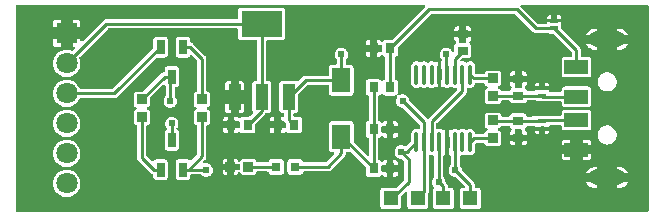
<source format=gtl>
G04 Layer: TopLayer*
G04 EasyEDA v6.5.50, 2025-07-01 14:26:41*
G04 10da637b71844612bdca41047c5aba70,f23c0848bd594b818c0f9a27fb038be7,10*
G04 Gerber Generator version 0.2*
G04 Scale: 100 percent, Rotated: No, Reflected: No *
G04 Dimensions in millimeters *
G04 leading zeros omitted , absolute positions ,4 integer and 5 decimal *
%FSLAX45Y45*%
%MOMM*%

%AMMACRO1*21,1,$1,$2,0,0,$3*%
%ADD10C,0.2540*%
%ADD11R,1.2700X1.2700*%
%ADD12MACRO1,0.864X0.8065X90.0000*%
%ADD13R,0.8000X0.8000*%
%ADD14R,0.8000X0.9000*%
%ADD15R,0.9000X0.8000*%
%ADD16R,0.7000X0.4000*%
%ADD17R,0.8000X0.8640*%
%ADD18R,0.7000X1.2500*%
%ADD19MACRO1,0.864X0.8065X0.0000*%
%ADD20R,0.8640X0.8065*%
%ADD21R,2.0000X1.2000*%
%ADD22O,0.3430016X1.7314926000000002*%
%ADD23R,3.5000X2.2000*%
%ADD24R,1.1000X2.2000*%
%ADD25MACRO1,1.566X2.1075X0.0000*%
%ADD26R,1.8000X1.8000*%
%ADD27C,1.8000*%
%ADD28O,3.1999936X1.2999974*%
%ADD29C,0.6200*%
%ADD30C,0.0164*%

%LPD*%
G36*
X467868Y8014208D02*
G01*
X463956Y8014970D01*
X460705Y8017205D01*
X458470Y8020456D01*
X457708Y8024368D01*
X457708Y9755632D01*
X458470Y9759543D01*
X460705Y9762794D01*
X463956Y9765030D01*
X467868Y9765792D01*
X3914648Y9765792D01*
X3918559Y9765030D01*
X3921861Y9762794D01*
X3924046Y9759543D01*
X3924808Y9755632D01*
X3924046Y9751720D01*
X3921861Y9748469D01*
X3645306Y9471863D01*
X3642004Y9469678D01*
X3638092Y9468916D01*
X3586581Y9468916D01*
X3580231Y9468205D01*
X3574796Y9466275D01*
X3569868Y9463227D01*
X3565804Y9459112D01*
X3564585Y9457232D01*
X3561791Y9454286D01*
X3558032Y9452660D01*
X3553968Y9452660D01*
X3550208Y9454286D01*
X3547414Y9457232D01*
X3546195Y9459112D01*
X3542131Y9463227D01*
X3537204Y9466275D01*
X3531768Y9468205D01*
X3525418Y9468916D01*
X3512362Y9468916D01*
X3512362Y9426854D01*
X3549904Y9426854D01*
X3553815Y9426092D01*
X3557117Y9423857D01*
X3559301Y9420555D01*
X3560064Y9416694D01*
X3560064Y9379305D01*
X3559301Y9375444D01*
X3557117Y9372142D01*
X3553815Y9369907D01*
X3549904Y9369145D01*
X3512362Y9369145D01*
X3512362Y9327083D01*
X3525418Y9327083D01*
X3531768Y9327794D01*
X3537204Y9329724D01*
X3542131Y9332772D01*
X3546195Y9336887D01*
X3547414Y9338767D01*
X3550208Y9341713D01*
X3553968Y9343339D01*
X3558032Y9343339D01*
X3561791Y9341713D01*
X3564585Y9338767D01*
X3565804Y9336887D01*
X3569868Y9332772D01*
X3574796Y9329724D01*
X3580587Y9327692D01*
X3584143Y9325559D01*
X3586530Y9322155D01*
X3587394Y9318091D01*
X3587394Y9145879D01*
X3586530Y9141815D01*
X3584143Y9138462D01*
X3580587Y9136278D01*
X3574796Y9134297D01*
X3569868Y9131198D01*
X3565804Y9127083D01*
X3564585Y9125204D01*
X3561791Y9122257D01*
X3558032Y9120682D01*
X3553968Y9120682D01*
X3550208Y9122257D01*
X3547414Y9125204D01*
X3546195Y9127083D01*
X3542131Y9131198D01*
X3537204Y9134297D01*
X3531768Y9136176D01*
X3525418Y9136888D01*
X3446576Y9136888D01*
X3440277Y9136176D01*
X3434791Y9134297D01*
X3429914Y9131198D01*
X3425799Y9127083D01*
X3422700Y9122206D01*
X3420821Y9116720D01*
X3420110Y9110421D01*
X3420110Y9025178D01*
X3420821Y9018828D01*
X3422700Y9013393D01*
X3425799Y9008465D01*
X3429914Y9004401D01*
X3434791Y9001302D01*
X3440582Y8999270D01*
X3444138Y8997137D01*
X3446576Y8993733D01*
X3447389Y8989669D01*
X3447389Y8792108D01*
X3446526Y8788044D01*
X3444138Y8784640D01*
X3440582Y8782507D01*
X3434791Y8780475D01*
X3429914Y8777427D01*
X3425799Y8773312D01*
X3422700Y8768435D01*
X3420821Y8762949D01*
X3420110Y8756650D01*
X3420110Y8667750D01*
X3420821Y8661450D01*
X3422700Y8655964D01*
X3425799Y8651087D01*
X3429914Y8646972D01*
X3434791Y8643924D01*
X3440582Y8641892D01*
X3444138Y8639759D01*
X3446526Y8636355D01*
X3447389Y8632291D01*
X3447389Y8499754D01*
X3446627Y8495842D01*
X3444392Y8492540D01*
X3441141Y8490356D01*
X3437229Y8489594D01*
X3433318Y8490356D01*
X3430066Y8492540D01*
X3320287Y8602319D01*
X3318103Y8605621D01*
X3317290Y8609482D01*
X3317290Y8756192D01*
X3316579Y8762492D01*
X3314700Y8767978D01*
X3311601Y8772855D01*
X3307537Y8776970D01*
X3302609Y8780018D01*
X3297174Y8781948D01*
X3290824Y8782659D01*
X3135376Y8782659D01*
X3129026Y8781948D01*
X3123590Y8780018D01*
X3118662Y8776970D01*
X3114598Y8772855D01*
X3111500Y8767978D01*
X3109620Y8762492D01*
X3108909Y8756192D01*
X3108909Y8546592D01*
X3109620Y8540242D01*
X3111500Y8534806D01*
X3114598Y8529878D01*
X3118662Y8525814D01*
X3123590Y8522716D01*
X3129026Y8520785D01*
X3135376Y8520074D01*
X3145078Y8520074D01*
X3148939Y8519312D01*
X3152241Y8517128D01*
X3154426Y8513826D01*
X3155238Y8509914D01*
X3154426Y8506053D01*
X3152241Y8502751D01*
X3085795Y8436305D01*
X3082493Y8434070D01*
X3078581Y8433308D01*
X2898038Y8433308D01*
X2893974Y8434171D01*
X2890621Y8436559D01*
X2888488Y8440115D01*
X2886456Y8445906D01*
X2883357Y8450834D01*
X2879242Y8454898D01*
X2874365Y8457996D01*
X2868879Y8459927D01*
X2862580Y8460638D01*
X2783738Y8460638D01*
X2777388Y8459927D01*
X2771952Y8457996D01*
X2767025Y8454898D01*
X2762961Y8450834D01*
X2759862Y8445906D01*
X2757932Y8440470D01*
X2757220Y8434120D01*
X2757220Y8355279D01*
X2757932Y8348980D01*
X2759862Y8343493D01*
X2762961Y8338616D01*
X2767025Y8334502D01*
X2771952Y8331403D01*
X2777388Y8329523D01*
X2783738Y8328812D01*
X2862580Y8328812D01*
X2868879Y8329523D01*
X2874365Y8331403D01*
X2879242Y8334502D01*
X2883357Y8338616D01*
X2886456Y8343493D01*
X2888437Y8349284D01*
X2890621Y8352840D01*
X2893974Y8355228D01*
X2898038Y8356092D01*
X3098292Y8356092D01*
X3106318Y8356904D01*
X3113532Y8359089D01*
X3120237Y8362645D01*
X3126435Y8367775D01*
X3240024Y8481364D01*
X3245154Y8487562D01*
X3248710Y8494268D01*
X3250895Y8501430D01*
X3251758Y8510828D01*
X3252774Y8514435D01*
X3255010Y8517432D01*
X3258210Y8519414D01*
X3261867Y8520074D01*
X3289096Y8520074D01*
X3293008Y8519312D01*
X3296259Y8517128D01*
X3417112Y8396274D01*
X3419348Y8392972D01*
X3420110Y8389112D01*
X3420110Y8337550D01*
X3420821Y8331250D01*
X3422700Y8325764D01*
X3425799Y8320887D01*
X3429914Y8316772D01*
X3434791Y8313724D01*
X3440277Y8311794D01*
X3446576Y8311083D01*
X3525418Y8311083D01*
X3531768Y8311794D01*
X3537204Y8313724D01*
X3542131Y8316772D01*
X3546195Y8320887D01*
X3547414Y8322767D01*
X3550208Y8325713D01*
X3553968Y8327339D01*
X3558032Y8327339D01*
X3561791Y8325713D01*
X3564585Y8322767D01*
X3565804Y8320887D01*
X3569868Y8316772D01*
X3574796Y8313724D01*
X3580231Y8311794D01*
X3586581Y8311083D01*
X3599637Y8311083D01*
X3599637Y8353145D01*
X3562096Y8353145D01*
X3558184Y8353907D01*
X3554882Y8356142D01*
X3552698Y8359444D01*
X3551936Y8363305D01*
X3551936Y8400694D01*
X3552698Y8404555D01*
X3554882Y8407857D01*
X3558184Y8410092D01*
X3562096Y8410854D01*
X3599637Y8410854D01*
X3599637Y8452916D01*
X3586581Y8452916D01*
X3580231Y8452205D01*
X3574796Y8450275D01*
X3569868Y8447227D01*
X3565804Y8443112D01*
X3564585Y8441232D01*
X3561791Y8438286D01*
X3558032Y8436660D01*
X3553968Y8436660D01*
X3550208Y8438286D01*
X3547414Y8441232D01*
X3546195Y8443112D01*
X3542131Y8447227D01*
X3537204Y8450275D01*
X3531412Y8452307D01*
X3527856Y8454440D01*
X3525469Y8457844D01*
X3524605Y8461908D01*
X3524605Y8632291D01*
X3525469Y8636355D01*
X3527856Y8639759D01*
X3531412Y8641892D01*
X3537204Y8643924D01*
X3542131Y8646972D01*
X3546195Y8651087D01*
X3547414Y8652967D01*
X3550208Y8655913D01*
X3553968Y8657539D01*
X3558032Y8657539D01*
X3561791Y8655913D01*
X3564585Y8652967D01*
X3565804Y8651087D01*
X3569868Y8646972D01*
X3574796Y8643924D01*
X3580231Y8641994D01*
X3586581Y8641283D01*
X3599637Y8641283D01*
X3599637Y8683345D01*
X3562096Y8683345D01*
X3558184Y8684107D01*
X3554882Y8686342D01*
X3552698Y8689644D01*
X3551936Y8693505D01*
X3551936Y8730894D01*
X3552698Y8734755D01*
X3554882Y8738057D01*
X3558184Y8740292D01*
X3562096Y8741054D01*
X3599637Y8741054D01*
X3599637Y8783116D01*
X3586581Y8783116D01*
X3580231Y8782405D01*
X3574796Y8780475D01*
X3569868Y8777427D01*
X3565804Y8773312D01*
X3564585Y8771432D01*
X3561791Y8768486D01*
X3558032Y8766860D01*
X3553968Y8766860D01*
X3550208Y8768486D01*
X3547414Y8771432D01*
X3546195Y8773312D01*
X3542131Y8777427D01*
X3537204Y8780475D01*
X3531412Y8782507D01*
X3527856Y8784640D01*
X3525469Y8788044D01*
X3524605Y8792108D01*
X3524605Y8989669D01*
X3525469Y8993733D01*
X3527856Y8997137D01*
X3531412Y8999270D01*
X3537204Y9001302D01*
X3542131Y9004401D01*
X3546195Y9008465D01*
X3547414Y9010345D01*
X3550208Y9013291D01*
X3553968Y9014917D01*
X3558032Y9014917D01*
X3561791Y9013291D01*
X3564585Y9010345D01*
X3565804Y9008465D01*
X3569868Y9004401D01*
X3574796Y9001302D01*
X3580231Y8999372D01*
X3586581Y8998661D01*
X3665423Y8998661D01*
X3671722Y8999372D01*
X3674770Y9000439D01*
X3678783Y9000998D01*
X3682695Y8999931D01*
X3685895Y8997391D01*
X3687826Y8993835D01*
X3688232Y8989771D01*
X3687013Y8985910D01*
X3681984Y8976918D01*
X3678783Y8967825D01*
X3677158Y8958326D01*
X3677158Y8948674D01*
X3678783Y8939174D01*
X3681984Y8930081D01*
X3686657Y8921648D01*
X3692753Y8914130D01*
X3699967Y8907780D01*
X3708196Y8902700D01*
X3717137Y8899144D01*
X3726586Y8897112D01*
X3732072Y8896858D01*
X3735730Y8895994D01*
X3738829Y8893911D01*
X3872585Y8760104D01*
X3874820Y8756802D01*
X3875582Y8752890D01*
X3875582Y8723426D01*
X3874820Y8719566D01*
X3872687Y8716314D01*
X3869436Y8714079D01*
X3865626Y8713266D01*
X3853179Y8715705D01*
X3845255Y8715705D01*
X3837432Y8714232D01*
X3830015Y8711387D01*
X3823258Y8707221D01*
X3817416Y8701836D01*
X3812641Y8695537D01*
X3809085Y8688425D01*
X3806901Y8680754D01*
X3806139Y8672423D01*
X3806139Y8619185D01*
X3805377Y8615273D01*
X3803142Y8612022D01*
X3763010Y8571839D01*
X3759504Y8569553D01*
X3755339Y8568893D01*
X3751275Y8569960D01*
X3742283Y8574481D01*
X3733088Y8577275D01*
X3723538Y8578545D01*
X3713886Y8578088D01*
X3704437Y8576056D01*
X3695496Y8572500D01*
X3687267Y8567420D01*
X3680053Y8561070D01*
X3673957Y8553551D01*
X3669284Y8545118D01*
X3666083Y8536025D01*
X3664458Y8526526D01*
X3664458Y8516874D01*
X3666083Y8507374D01*
X3669284Y8498281D01*
X3673957Y8489848D01*
X3680053Y8482330D01*
X3687267Y8475980D01*
X3695496Y8470900D01*
X3704437Y8467344D01*
X3713886Y8465312D01*
X3719372Y8465058D01*
X3723030Y8464194D01*
X3726129Y8462111D01*
X3742994Y8445195D01*
X3745229Y8441893D01*
X3745992Y8437981D01*
X3745992Y8287918D01*
X3745229Y8284006D01*
X3742994Y8280704D01*
X3682695Y8220405D01*
X3679393Y8218170D01*
X3675481Y8217408D01*
X3569258Y8217408D01*
X3562959Y8216696D01*
X3557473Y8214766D01*
X3552596Y8211718D01*
X3548481Y8207603D01*
X3545433Y8202726D01*
X3543503Y8197240D01*
X3542792Y8190941D01*
X3542792Y8065058D01*
X3543503Y8058759D01*
X3545433Y8053273D01*
X3548481Y8048396D01*
X3552596Y8044281D01*
X3557473Y8041233D01*
X3562959Y8039303D01*
X3569258Y8038592D01*
X3695141Y8038592D01*
X3701440Y8039303D01*
X3706926Y8041233D01*
X3711803Y8044281D01*
X3715918Y8048396D01*
X3718966Y8053273D01*
X3720896Y8058759D01*
X3721608Y8065058D01*
X3721608Y8145881D01*
X3722370Y8149793D01*
X3724605Y8153095D01*
X3754069Y8182559D01*
X3757320Y8184743D01*
X3761232Y8185505D01*
X3765143Y8184743D01*
X3768394Y8182559D01*
X3770629Y8179257D01*
X3771392Y8175345D01*
X3771392Y8065058D01*
X3772103Y8058759D01*
X3774033Y8053273D01*
X3777081Y8048396D01*
X3781196Y8044281D01*
X3786073Y8041233D01*
X3791559Y8039303D01*
X3797858Y8038592D01*
X3923741Y8038592D01*
X3930040Y8039303D01*
X3935526Y8041233D01*
X3940403Y8044281D01*
X3944518Y8048396D01*
X3947566Y8053273D01*
X3949496Y8058759D01*
X3950208Y8065058D01*
X3950208Y8166404D01*
X3950665Y8169351D01*
X3951986Y8173872D01*
X3952798Y8181898D01*
X3952798Y8483498D01*
X3953560Y8487308D01*
X3955694Y8490610D01*
X3958945Y8492794D01*
X3962755Y8493658D01*
X3975252Y8491169D01*
X3983177Y8491169D01*
X3987952Y8492083D01*
X3992372Y8491931D01*
X3996334Y8489899D01*
X3999026Y8486444D01*
X3999992Y8482126D01*
X3999992Y8313674D01*
X3999433Y8310270D01*
X3997756Y8307273D01*
X3991457Y8299551D01*
X3986784Y8291118D01*
X3983583Y8282025D01*
X3981958Y8272525D01*
X3981958Y8262874D01*
X3983583Y8253374D01*
X3986784Y8244281D01*
X3991457Y8235848D01*
X4000449Y8224875D01*
X4001566Y8221370D01*
X4001312Y8217662D01*
X3999737Y8214309D01*
X3992981Y8207603D01*
X3989933Y8202726D01*
X3988003Y8197240D01*
X3987292Y8190941D01*
X3987292Y8065058D01*
X3988003Y8058759D01*
X3989933Y8053273D01*
X3992981Y8048396D01*
X3997096Y8044281D01*
X4001973Y8041233D01*
X4007459Y8039303D01*
X4013758Y8038592D01*
X4139641Y8038592D01*
X4145940Y8039303D01*
X4151426Y8041233D01*
X4156303Y8044281D01*
X4160418Y8048396D01*
X4163466Y8053273D01*
X4165396Y8058759D01*
X4166108Y8065058D01*
X4166108Y8190941D01*
X4165396Y8197240D01*
X4163466Y8202726D01*
X4160418Y8207603D01*
X4156303Y8211718D01*
X4151426Y8214766D01*
X4145940Y8216696D01*
X4139641Y8217408D01*
X4125468Y8217408D01*
X4121556Y8218170D01*
X4118305Y8220405D01*
X4116070Y8223656D01*
X4114495Y8237118D01*
X4112310Y8244331D01*
X4108754Y8251037D01*
X4103624Y8257235D01*
X4098290Y8262569D01*
X4096258Y8265515D01*
X4095343Y8268919D01*
X4094632Y8277301D01*
X4092244Y8286648D01*
X4088231Y8295436D01*
X4082846Y8303412D01*
X4080052Y8306358D01*
X4077919Y8309609D01*
X4077208Y8313420D01*
X4077208Y8485632D01*
X4077970Y8489492D01*
X4080103Y8492794D01*
X4083354Y8494979D01*
X4087164Y8495792D01*
X4091025Y8495131D01*
X4094276Y8493861D01*
X4094276Y8554313D01*
X4090619Y8556447D01*
X4088129Y8559850D01*
X4087266Y8563965D01*
X4087266Y8642908D01*
X4088129Y8647074D01*
X4090619Y8650478D01*
X4094276Y8652611D01*
X4094276Y8713012D01*
X4090060Y8711387D01*
X4082135Y8706358D01*
X4078579Y8704986D01*
X4074820Y8704986D01*
X4071264Y8706358D01*
X4063339Y8711387D01*
X4055973Y8714232D01*
X4048150Y8715705D01*
X4040225Y8715705D01*
X4027728Y8713266D01*
X4023918Y8714079D01*
X4020667Y8716264D01*
X4018534Y8719566D01*
X4017772Y8723376D01*
X4017772Y8759545D01*
X4018534Y8763457D01*
X4020769Y8766759D01*
X4266184Y9012224D01*
X4271314Y9018422D01*
X4274870Y9025128D01*
X4277055Y9032341D01*
X4277868Y9040368D01*
X4277868Y9056624D01*
X4278630Y9060434D01*
X4280763Y9063736D01*
X4284014Y9065920D01*
X4287824Y9066784D01*
X4300220Y9064345D01*
X4308144Y9064345D01*
X4315968Y9065818D01*
X4323384Y9068663D01*
X4330141Y9072829D01*
X4335983Y9078214D01*
X4340758Y9084513D01*
X4344314Y9091625D01*
X4345889Y9097162D01*
X4347921Y9100972D01*
X4351426Y9103614D01*
X4355642Y9104528D01*
X4417568Y9104528D01*
X4421632Y9103664D01*
X4425035Y9101277D01*
X4427169Y9097721D01*
X4429302Y9091574D01*
X4432401Y9086697D01*
X4436465Y9082582D01*
X4441393Y9079534D01*
X4447438Y9077401D01*
X4450994Y9075267D01*
X4453432Y9071864D01*
X4454245Y9067800D01*
X4453432Y9063736D01*
X4450994Y9060332D01*
X4447438Y9058198D01*
X4441393Y9056065D01*
X4436465Y9053017D01*
X4432401Y9048902D01*
X4429302Y9044025D01*
X4427423Y9038539D01*
X4426712Y9032240D01*
X4426712Y8952738D01*
X4427423Y8946388D01*
X4429302Y8940952D01*
X4432401Y8936024D01*
X4436465Y8931960D01*
X4441393Y8928862D01*
X4446828Y8926931D01*
X4453178Y8926220D01*
X4538421Y8926220D01*
X4544771Y8926931D01*
X4550206Y8928862D01*
X4555134Y8931960D01*
X4559198Y8936024D01*
X4562297Y8940952D01*
X4564176Y8946388D01*
X4564634Y8950147D01*
X4565700Y8953703D01*
X4567936Y8956598D01*
X4571085Y8958529D01*
X4574692Y8959189D01*
X4631791Y8959189D01*
X4635855Y8958326D01*
X4639259Y8955938D01*
X4641392Y8952382D01*
X4643424Y8946591D01*
X4646472Y8941714D01*
X4650587Y8937599D01*
X4655464Y8934500D01*
X4660950Y8932621D01*
X4667250Y8931910D01*
X4756150Y8931910D01*
X4762449Y8932621D01*
X4767935Y8934500D01*
X4772812Y8937599D01*
X4776927Y8941714D01*
X4779975Y8946591D01*
X4781905Y8952077D01*
X4784039Y8955633D01*
X4787442Y8958072D01*
X4791506Y8958884D01*
X4858105Y8958732D01*
X4860899Y8958326D01*
X4863490Y8957157D01*
X4868672Y8953906D01*
X4874158Y8951976D01*
X4880457Y8951264D01*
X5067909Y8951366D01*
X5071821Y8950604D01*
X5075123Y8948420D01*
X5077307Y8945118D01*
X5078069Y8941206D01*
X5078069Y8930538D01*
X5078780Y8924239D01*
X5080711Y8918752D01*
X5083810Y8913876D01*
X5087874Y8909761D01*
X5092801Y8906713D01*
X5098237Y8904782D01*
X5104587Y8904071D01*
X5303418Y8904071D01*
X5309768Y8904782D01*
X5315204Y8906713D01*
X5320131Y8909761D01*
X5324195Y8913876D01*
X5327294Y8918752D01*
X5329174Y8924239D01*
X5329885Y8930538D01*
X5329885Y9049410D01*
X5329174Y9055760D01*
X5327294Y9061196D01*
X5324195Y9066123D01*
X5320131Y9070187D01*
X5315204Y9073286D01*
X5309768Y9075166D01*
X5303418Y9075877D01*
X5104587Y9075877D01*
X5098237Y9075166D01*
X5092801Y9073286D01*
X5087874Y9070187D01*
X5083810Y9066123D01*
X5080711Y9061196D01*
X5078780Y9055760D01*
X5078069Y9049410D01*
X5078069Y9038742D01*
X5077307Y9034881D01*
X5075123Y9031579D01*
X5071821Y9029344D01*
X5067909Y9028582D01*
X4985562Y9028582D01*
X4981448Y9029496D01*
X4977993Y9031986D01*
X4975910Y9035694D01*
X4975504Y9039910D01*
X4975809Y9045854D01*
X4935524Y9045854D01*
X4932324Y9043822D01*
X4928565Y9043111D01*
X4901234Y9043111D01*
X4897475Y9043822D01*
X4894275Y9045854D01*
X4853990Y9045854D01*
X4853127Y9042044D01*
X4850892Y9038844D01*
X4847640Y9036710D01*
X4843830Y9035948D01*
X4791710Y9036100D01*
X4787646Y9036964D01*
X4784242Y9039352D01*
X4782108Y9042908D01*
X4779975Y9049004D01*
X4776927Y9053931D01*
X4772812Y9057995D01*
X4770932Y9059214D01*
X4767986Y9062008D01*
X4766360Y9065768D01*
X4766360Y9069832D01*
X4767986Y9073591D01*
X4770932Y9076385D01*
X4772812Y9077604D01*
X4776927Y9081668D01*
X4779975Y9086596D01*
X4781905Y9092031D01*
X4782616Y9098381D01*
X4782616Y9111437D01*
X4740554Y9111437D01*
X4740554Y9073896D01*
X4739792Y9069984D01*
X4737557Y9066682D01*
X4734255Y9064498D01*
X4730394Y9063736D01*
X4693005Y9063736D01*
X4689144Y9064498D01*
X4685842Y9066682D01*
X4683607Y9069984D01*
X4682845Y9073896D01*
X4682845Y9111437D01*
X4640783Y9111437D01*
X4640783Y9098381D01*
X4641494Y9092031D01*
X4643424Y9086596D01*
X4646472Y9081668D01*
X4650587Y9077604D01*
X4652467Y9076385D01*
X4655413Y9073591D01*
X4657039Y9069832D01*
X4657039Y9065768D01*
X4655413Y9062008D01*
X4652467Y9059214D01*
X4650587Y9057995D01*
X4646472Y9053931D01*
X4643424Y9049004D01*
X4641392Y9043212D01*
X4639259Y9039656D01*
X4635855Y9037269D01*
X4631791Y9036405D01*
X4572152Y9036405D01*
X4568088Y9037269D01*
X4564684Y9039656D01*
X4562297Y9044025D01*
X4559198Y9048902D01*
X4555134Y9053017D01*
X4550206Y9056065D01*
X4544161Y9058198D01*
X4540605Y9060332D01*
X4538167Y9063736D01*
X4537354Y9067800D01*
X4538167Y9071864D01*
X4540605Y9075267D01*
X4544161Y9077401D01*
X4550206Y9079534D01*
X4555134Y9082582D01*
X4559198Y9086697D01*
X4562297Y9091574D01*
X4564176Y9097060D01*
X4564888Y9103360D01*
X4564888Y9182862D01*
X4564176Y9189212D01*
X4562297Y9194647D01*
X4559198Y9199575D01*
X4555134Y9203639D01*
X4550206Y9206738D01*
X4544771Y9208668D01*
X4538421Y9209379D01*
X4453178Y9209379D01*
X4446828Y9208668D01*
X4441393Y9206738D01*
X4436465Y9203639D01*
X4432401Y9199575D01*
X4429302Y9194647D01*
X4427169Y9188551D01*
X4425035Y9184995D01*
X4421632Y9182608D01*
X4417568Y9181744D01*
X4357827Y9181744D01*
X4353966Y9182506D01*
X4350258Y9185148D01*
X4348022Y9188450D01*
X4347260Y9192310D01*
X4347260Y9245549D01*
X4346498Y9253931D01*
X4344314Y9261551D01*
X4340758Y9268663D01*
X4335983Y9275013D01*
X4330141Y9280347D01*
X4323384Y9284512D01*
X4315968Y9287408D01*
X4308144Y9288881D01*
X4300220Y9288881D01*
X4292447Y9287408D01*
X4285081Y9284563D01*
X4277156Y9279534D01*
X4273600Y9278112D01*
X4269790Y9278112D01*
X4266285Y9279534D01*
X4258310Y9284563D01*
X4250994Y9287408D01*
X4243171Y9288881D01*
X4235246Y9288881D01*
X4232097Y9288272D01*
X4227830Y9288373D01*
X4223969Y9290253D01*
X4221226Y9293504D01*
X4220108Y9297619D01*
X4220718Y9301835D01*
X4223054Y9305442D01*
X4227525Y9309912D01*
X4230827Y9312148D01*
X4234688Y9312910D01*
X4286250Y9312910D01*
X4292549Y9313621D01*
X4298035Y9315500D01*
X4302912Y9318599D01*
X4307027Y9322714D01*
X4310075Y9327591D01*
X4312005Y9333077D01*
X4312716Y9339376D01*
X4312716Y9418218D01*
X4312005Y9424568D01*
X4310075Y9430004D01*
X4307027Y9434931D01*
X4302912Y9438995D01*
X4301032Y9440214D01*
X4298086Y9443008D01*
X4296460Y9446768D01*
X4296460Y9450832D01*
X4298086Y9454591D01*
X4301032Y9457385D01*
X4302912Y9458604D01*
X4307027Y9462668D01*
X4310075Y9467596D01*
X4312005Y9473031D01*
X4312716Y9479381D01*
X4312716Y9492437D01*
X4270654Y9492437D01*
X4270654Y9454896D01*
X4269892Y9450984D01*
X4267657Y9447682D01*
X4264355Y9445498D01*
X4260494Y9444736D01*
X4223105Y9444736D01*
X4219244Y9445498D01*
X4215942Y9447682D01*
X4213707Y9450984D01*
X4212945Y9454896D01*
X4212945Y9492437D01*
X4170883Y9492437D01*
X4170883Y9479381D01*
X4171594Y9473031D01*
X4173524Y9467596D01*
X4176572Y9462668D01*
X4180687Y9458604D01*
X4182567Y9457385D01*
X4185513Y9454591D01*
X4187139Y9450832D01*
X4187139Y9446768D01*
X4185513Y9443008D01*
X4182567Y9440214D01*
X4180687Y9438995D01*
X4176572Y9434931D01*
X4173524Y9430004D01*
X4171594Y9424568D01*
X4170883Y9418218D01*
X4170883Y9379712D01*
X4169968Y9375546D01*
X4167428Y9372092D01*
X4163669Y9370009D01*
X4159402Y9369653D01*
X4155389Y9371076D01*
X4152290Y9374073D01*
X4146346Y9382963D01*
X4139692Y9389872D01*
X4131919Y9395612D01*
X4123283Y9399981D01*
X4114088Y9402775D01*
X4104538Y9404045D01*
X4094886Y9403588D01*
X4085437Y9401556D01*
X4076496Y9398000D01*
X4068267Y9392920D01*
X4061053Y9386570D01*
X4054957Y9379051D01*
X4050284Y9370618D01*
X4047083Y9361525D01*
X4045458Y9352026D01*
X4045458Y9342374D01*
X4047083Y9332874D01*
X4050284Y9323781D01*
X4054957Y9315348D01*
X4061256Y9307626D01*
X4062933Y9304629D01*
X4063492Y9301226D01*
X4063492Y9298228D01*
X4062984Y9295028D01*
X4061460Y9292132D01*
X4059123Y9289897D01*
X4059123Y9224416D01*
X4061460Y9222181D01*
X4062984Y9219285D01*
X4063492Y9216085D01*
X4063492Y9184182D01*
X4064304Y9176156D01*
X4065727Y9171482D01*
X4066133Y9168536D01*
X4066133Y9137142D01*
X4065270Y9132976D01*
X4062780Y9129572D01*
X4059123Y9127439D01*
X4059123Y9067038D01*
X4063339Y9068663D01*
X4071264Y9073692D01*
X4074820Y9075064D01*
X4078579Y9075064D01*
X4082135Y9073692D01*
X4090060Y9068663D01*
X4097426Y9065818D01*
X4105249Y9064345D01*
X4113174Y9064345D01*
X4120946Y9065818D01*
X4128312Y9068663D01*
X4136237Y9073692D01*
X4139793Y9075064D01*
X4143603Y9075064D01*
X4147159Y9073692D01*
X4155084Y9068663D01*
X4162450Y9065818D01*
X4170222Y9064345D01*
X4178147Y9064345D01*
X4184040Y9065463D01*
X4188307Y9065310D01*
X4192117Y9063482D01*
X4194860Y9060180D01*
X4196029Y9056065D01*
X4195368Y9051848D01*
X4193082Y9048242D01*
X3952240Y8807399D01*
X3948074Y8803690D01*
X3943959Y8802624D01*
X3939844Y8803284D01*
X3936288Y8805621D01*
X3793490Y8948369D01*
X3791458Y8951315D01*
X3790543Y8954719D01*
X3789832Y8963101D01*
X3787444Y8972448D01*
X3783431Y8981236D01*
X3778046Y8989212D01*
X3771392Y8996172D01*
X3763619Y9001912D01*
X3754983Y9006281D01*
X3745788Y9009075D01*
X3736238Y9010345D01*
X3726586Y9009888D01*
X3717137Y9007856D01*
X3708196Y9004300D01*
X3704386Y9001963D01*
X3700526Y9000540D01*
X3696360Y9000794D01*
X3692702Y9002674D01*
X3690061Y9005874D01*
X3688943Y9009837D01*
X3689451Y9013952D01*
X3691178Y9018828D01*
X3691890Y9025178D01*
X3691890Y9110421D01*
X3691178Y9116720D01*
X3689299Y9122206D01*
X3686200Y9127083D01*
X3682085Y9131198D01*
X3677208Y9134297D01*
X3671417Y9136278D01*
X3667861Y9138462D01*
X3665423Y9141815D01*
X3664610Y9145879D01*
X3664610Y9318091D01*
X3665474Y9322155D01*
X3667861Y9325559D01*
X3671417Y9327692D01*
X3677208Y9329724D01*
X3682085Y9332772D01*
X3686200Y9336887D01*
X3689299Y9341764D01*
X3691178Y9347250D01*
X3691890Y9353550D01*
X3691890Y9405112D01*
X3692651Y9408972D01*
X3694887Y9412274D01*
X3969207Y9686594D01*
X3972509Y9688830D01*
X3976420Y9689592D01*
X4678781Y9689592D01*
X4682693Y9688830D01*
X4685995Y9686594D01*
X4830826Y9541764D01*
X4837074Y9536633D01*
X4843729Y9533077D01*
X4850993Y9530892D01*
X4859020Y9530080D01*
X4959908Y9530080D01*
X4962702Y9529673D01*
X4965293Y9528556D01*
X4970272Y9525406D01*
X4975758Y9523476D01*
X4982057Y9522764D01*
X5003596Y9522764D01*
X5007508Y9522002D01*
X5010810Y9519818D01*
X5162397Y9368180D01*
X5164632Y9364878D01*
X5165394Y9361017D01*
X5165394Y9336074D01*
X5164632Y9332163D01*
X5162397Y9328861D01*
X5159095Y9326676D01*
X5155234Y9325914D01*
X5104587Y9325914D01*
X5098237Y9325203D01*
X5092801Y9323273D01*
X5087874Y9320225D01*
X5083810Y9316110D01*
X5080711Y9311233D01*
X5078780Y9305747D01*
X5078069Y9299448D01*
X5078069Y9180576D01*
X5078780Y9174226D01*
X5080711Y9168790D01*
X5083810Y9163862D01*
X5087874Y9159798D01*
X5092801Y9156700D01*
X5098237Y9154820D01*
X5104587Y9154109D01*
X5303418Y9154109D01*
X5309768Y9154820D01*
X5315204Y9156700D01*
X5320131Y9159798D01*
X5324195Y9163862D01*
X5327294Y9168790D01*
X5329174Y9174226D01*
X5329885Y9180576D01*
X5329885Y9299448D01*
X5329174Y9305747D01*
X5327294Y9311233D01*
X5324195Y9316110D01*
X5320131Y9320225D01*
X5315204Y9323273D01*
X5309768Y9325203D01*
X5303418Y9325914D01*
X5252770Y9325914D01*
X5248859Y9326676D01*
X5245608Y9328861D01*
X5243372Y9332163D01*
X5242610Y9336074D01*
X5242610Y9380677D01*
X5241798Y9388703D01*
X5239613Y9395968D01*
X5236057Y9402622D01*
X5230926Y9408871D01*
X5080406Y9559391D01*
X5078171Y9562693D01*
X5077409Y9566605D01*
X5077409Y9588093D01*
X5076698Y9594443D01*
X5075529Y9597847D01*
X5074920Y9601200D01*
X5075529Y9604552D01*
X5076698Y9607956D01*
X5077409Y9614255D01*
X5077409Y9617354D01*
X5037124Y9617354D01*
X5033924Y9615322D01*
X5030165Y9614611D01*
X5002834Y9614611D01*
X4999075Y9615322D01*
X4995875Y9617354D01*
X4955590Y9617354D01*
X4954778Y9613493D01*
X4952593Y9610242D01*
X4949291Y9608058D01*
X4945430Y9607296D01*
X4878679Y9607296D01*
X4874818Y9608058D01*
X4871516Y9610293D01*
X4733340Y9748469D01*
X4731156Y9751720D01*
X4730394Y9755632D01*
X4731156Y9759543D01*
X4733340Y9762794D01*
X4736642Y9765030D01*
X4740554Y9765792D01*
X5804458Y9765792D01*
X5808319Y9765030D01*
X5811621Y9762794D01*
X5813806Y9759543D01*
X5814618Y9755632D01*
X5816041Y8024368D01*
X5815279Y8020507D01*
X5813094Y8017205D01*
X5809792Y8014970D01*
X5805881Y8014208D01*
G37*

%LPC*%
G36*
X4242358Y8038592D02*
G01*
X4368241Y8038592D01*
X4374540Y8039303D01*
X4380026Y8041233D01*
X4384903Y8044281D01*
X4389018Y8048396D01*
X4392066Y8053273D01*
X4393996Y8058759D01*
X4394708Y8065058D01*
X4394708Y8190941D01*
X4393996Y8197240D01*
X4392066Y8202726D01*
X4389018Y8207603D01*
X4384903Y8211718D01*
X4380026Y8214766D01*
X4374540Y8216696D01*
X4368241Y8217408D01*
X4354068Y8217408D01*
X4350156Y8218170D01*
X4346905Y8220405D01*
X4344670Y8223656D01*
X4343908Y8227568D01*
X4343908Y8241792D01*
X4343095Y8249818D01*
X4340910Y8257031D01*
X4337354Y8263737D01*
X4332224Y8269935D01*
X4237990Y8364169D01*
X4235958Y8367115D01*
X4235043Y8370519D01*
X4234332Y8378901D01*
X4231944Y8388248D01*
X4227931Y8397036D01*
X4222546Y8405012D01*
X4219752Y8407958D01*
X4217619Y8411210D01*
X4216908Y8415020D01*
X4216908Y8482380D01*
X4217873Y8486698D01*
X4220565Y8490204D01*
X4224528Y8492236D01*
X4228947Y8492388D01*
X4235246Y8491169D01*
X4243171Y8491169D01*
X4250994Y8492642D01*
X4258310Y8495487D01*
X4266285Y8500516D01*
X4269790Y8501938D01*
X4273600Y8501938D01*
X4277156Y8500516D01*
X4285081Y8495487D01*
X4292447Y8492642D01*
X4300220Y8491169D01*
X4308144Y8491169D01*
X4315968Y8492642D01*
X4323384Y8495538D01*
X4330141Y8499703D01*
X4335983Y8505037D01*
X4340758Y8511387D01*
X4344314Y8518499D01*
X4346498Y8526119D01*
X4347260Y8534501D01*
X4347260Y8587638D01*
X4348022Y8591550D01*
X4350664Y8595258D01*
X4353966Y8597493D01*
X4357878Y8598255D01*
X4417568Y8598255D01*
X4421632Y8597392D01*
X4425035Y8595004D01*
X4427169Y8591448D01*
X4429302Y8585352D01*
X4432401Y8580424D01*
X4436465Y8576360D01*
X4441393Y8573262D01*
X4446828Y8571331D01*
X4453178Y8570620D01*
X4538421Y8570620D01*
X4544771Y8571331D01*
X4550206Y8573262D01*
X4555134Y8576360D01*
X4559198Y8580424D01*
X4562297Y8585352D01*
X4564176Y8590788D01*
X4564888Y8597138D01*
X4564888Y8676640D01*
X4564176Y8682939D01*
X4562297Y8688425D01*
X4559198Y8693302D01*
X4555134Y8697417D01*
X4550206Y8700465D01*
X4544161Y8702598D01*
X4540605Y8704732D01*
X4538167Y8708136D01*
X4537354Y8712200D01*
X4538167Y8716264D01*
X4540605Y8719667D01*
X4544161Y8721801D01*
X4550206Y8723934D01*
X4555134Y8726982D01*
X4559198Y8731097D01*
X4564684Y8740343D01*
X4568088Y8742730D01*
X4572152Y8743594D01*
X4631791Y8743594D01*
X4635855Y8742730D01*
X4639259Y8740343D01*
X4641392Y8736787D01*
X4643424Y8730996D01*
X4646472Y8726068D01*
X4650587Y8722004D01*
X4652467Y8720785D01*
X4655413Y8717991D01*
X4657039Y8714232D01*
X4657039Y8710168D01*
X4655413Y8706408D01*
X4652467Y8703614D01*
X4650587Y8702395D01*
X4646472Y8698331D01*
X4643424Y8693404D01*
X4641494Y8687968D01*
X4640783Y8681618D01*
X4640783Y8668562D01*
X4682845Y8668562D01*
X4682845Y8706104D01*
X4683607Y8710015D01*
X4685842Y8713317D01*
X4689144Y8715502D01*
X4693005Y8716264D01*
X4730394Y8716264D01*
X4734255Y8715502D01*
X4737557Y8713317D01*
X4739792Y8710015D01*
X4740554Y8706104D01*
X4740554Y8668562D01*
X4782616Y8668562D01*
X4782616Y8681618D01*
X4781905Y8687968D01*
X4779975Y8693404D01*
X4776927Y8698331D01*
X4772812Y8702395D01*
X4770932Y8703614D01*
X4767986Y8706408D01*
X4766360Y8710168D01*
X4766360Y8714232D01*
X4767986Y8717991D01*
X4770932Y8720785D01*
X4772812Y8722004D01*
X4776927Y8726068D01*
X4779975Y8730996D01*
X4782108Y8737092D01*
X4784242Y8740648D01*
X4787646Y8743035D01*
X4791710Y8743899D01*
X4843830Y8744000D01*
X4847640Y8743289D01*
X4850892Y8741156D01*
X4853127Y8737955D01*
X4853990Y8734145D01*
X4894275Y8734145D01*
X4897475Y8736177D01*
X4901234Y8736888D01*
X4928565Y8736888D01*
X4932324Y8736177D01*
X4935524Y8734145D01*
X4975809Y8734145D01*
X4975504Y8740089D01*
X4975910Y8744305D01*
X4977993Y8748014D01*
X4981448Y8750503D01*
X4985562Y8751366D01*
X5067909Y8751366D01*
X5071821Y8750604D01*
X5075123Y8748420D01*
X5077307Y8745118D01*
X5078069Y8741206D01*
X5078069Y8730538D01*
X5078780Y8724239D01*
X5080711Y8718753D01*
X5083810Y8713876D01*
X5087874Y8709761D01*
X5092801Y8706713D01*
X5098237Y8704783D01*
X5104587Y8704072D01*
X5303418Y8704072D01*
X5309768Y8704783D01*
X5315204Y8706713D01*
X5320131Y8709761D01*
X5324195Y8713876D01*
X5327294Y8718753D01*
X5329174Y8724239D01*
X5329885Y8730538D01*
X5329885Y8849410D01*
X5329174Y8855760D01*
X5327294Y8861196D01*
X5324195Y8866124D01*
X5320131Y8870188D01*
X5315204Y8873286D01*
X5309768Y8875166D01*
X5303418Y8875877D01*
X5104587Y8875877D01*
X5098237Y8875166D01*
X5092801Y8873286D01*
X5087874Y8870188D01*
X5083810Y8866124D01*
X5080711Y8861196D01*
X5078780Y8855760D01*
X5078069Y8849410D01*
X5078069Y8838742D01*
X5077307Y8834882D01*
X5075123Y8831580D01*
X5071821Y8829344D01*
X5067909Y8828582D01*
X4951018Y8828582D01*
X4949342Y8828735D01*
X4880457Y8828735D01*
X4874158Y8828024D01*
X4868672Y8826093D01*
X4863490Y8822842D01*
X4860899Y8821674D01*
X4858105Y8821267D01*
X4791506Y8821115D01*
X4787442Y8821928D01*
X4784039Y8824366D01*
X4781905Y8827922D01*
X4779975Y8833408D01*
X4776927Y8838285D01*
X4772812Y8842400D01*
X4767935Y8845499D01*
X4762449Y8847378D01*
X4756150Y8848090D01*
X4667250Y8848090D01*
X4660950Y8847378D01*
X4655464Y8845499D01*
X4650587Y8842400D01*
X4646472Y8838285D01*
X4643424Y8833408D01*
X4641392Y8827617D01*
X4639259Y8824061D01*
X4635855Y8821674D01*
X4631791Y8820810D01*
X4574692Y8820810D01*
X4571085Y8821470D01*
X4567936Y8823401D01*
X4565700Y8826296D01*
X4564634Y8829852D01*
X4564176Y8833612D01*
X4562297Y8839047D01*
X4559198Y8843975D01*
X4555134Y8848039D01*
X4550206Y8851138D01*
X4544771Y8853068D01*
X4538421Y8853779D01*
X4453178Y8853779D01*
X4446828Y8853068D01*
X4441393Y8851138D01*
X4436465Y8848039D01*
X4432401Y8843975D01*
X4429302Y8839047D01*
X4427423Y8833612D01*
X4426712Y8827262D01*
X4426712Y8747760D01*
X4427423Y8741460D01*
X4429302Y8735974D01*
X4432401Y8731097D01*
X4436465Y8726982D01*
X4441393Y8723934D01*
X4447438Y8721801D01*
X4450994Y8719667D01*
X4453432Y8716264D01*
X4454245Y8712200D01*
X4453432Y8708136D01*
X4450994Y8704732D01*
X4447438Y8702598D01*
X4441393Y8700465D01*
X4436465Y8697417D01*
X4432401Y8693302D01*
X4429302Y8688425D01*
X4427169Y8682278D01*
X4425035Y8678722D01*
X4421632Y8676335D01*
X4417568Y8675471D01*
X4355642Y8675471D01*
X4351426Y8676386D01*
X4347972Y8679027D01*
X4345889Y8682837D01*
X4344314Y8688425D01*
X4340758Y8695537D01*
X4335983Y8701836D01*
X4330141Y8707221D01*
X4323384Y8711387D01*
X4315968Y8714232D01*
X4308144Y8715705D01*
X4300220Y8715705D01*
X4292447Y8714232D01*
X4285081Y8711387D01*
X4277156Y8706358D01*
X4273600Y8704986D01*
X4269790Y8704986D01*
X4266285Y8706358D01*
X4258310Y8711387D01*
X4250994Y8714232D01*
X4243171Y8715705D01*
X4235246Y8715705D01*
X4227423Y8714232D01*
X4220057Y8711387D01*
X4212132Y8706358D01*
X4208576Y8704986D01*
X4204817Y8704986D01*
X4201261Y8706358D01*
X4193336Y8711387D01*
X4185970Y8714232D01*
X4178147Y8715705D01*
X4170222Y8715705D01*
X4162450Y8714232D01*
X4155084Y8711387D01*
X4147159Y8706358D01*
X4143603Y8704986D01*
X4139793Y8704986D01*
X4136237Y8706358D01*
X4128312Y8711387D01*
X4124147Y8713012D01*
X4124147Y8652611D01*
X4127804Y8650478D01*
X4130243Y8647074D01*
X4131157Y8642908D01*
X4131157Y8563965D01*
X4130243Y8559850D01*
X4127804Y8556447D01*
X4124147Y8554313D01*
X4124147Y8493861D01*
X4125874Y8494572D01*
X4129735Y8495233D01*
X4133545Y8494420D01*
X4136796Y8492185D01*
X4138929Y8488934D01*
X4139692Y8485073D01*
X4139692Y8415274D01*
X4139133Y8411870D01*
X4137456Y8408873D01*
X4131157Y8401151D01*
X4126484Y8392718D01*
X4123283Y8383625D01*
X4121658Y8374125D01*
X4121658Y8364474D01*
X4123283Y8354974D01*
X4126484Y8345881D01*
X4131157Y8337448D01*
X4137253Y8329930D01*
X4144467Y8323580D01*
X4152696Y8318500D01*
X4161637Y8314944D01*
X4171086Y8312912D01*
X4176572Y8312658D01*
X4180230Y8311794D01*
X4183329Y8309711D01*
X4258259Y8234730D01*
X4260443Y8231479D01*
X4261205Y8227568D01*
X4260443Y8223656D01*
X4258259Y8220405D01*
X4254957Y8218170D01*
X4251045Y8217408D01*
X4242358Y8217408D01*
X4236059Y8216696D01*
X4230573Y8214766D01*
X4225696Y8211718D01*
X4221581Y8207603D01*
X4218533Y8202726D01*
X4216603Y8197240D01*
X4215892Y8190941D01*
X4215892Y8065058D01*
X4216603Y8058759D01*
X4218533Y8053273D01*
X4221581Y8048396D01*
X4225696Y8044281D01*
X4230573Y8041233D01*
X4236059Y8039303D01*
G37*
G36*
X889000Y8139125D02*
G01*
X903528Y8140039D01*
X917803Y8142731D01*
X931671Y8147253D01*
X944829Y8153450D01*
X957122Y8161223D01*
X968349Y8170519D01*
X978306Y8181136D01*
X986840Y8192922D01*
X993851Y8205673D01*
X999236Y8219186D01*
X1002842Y8233308D01*
X1004671Y8247735D01*
X1004671Y8262264D01*
X1002842Y8276691D01*
X999236Y8290814D01*
X993851Y8304326D01*
X986840Y8317077D01*
X978306Y8328863D01*
X968349Y8339480D01*
X957122Y8348776D01*
X944829Y8356549D01*
X931671Y8362746D01*
X917803Y8367268D01*
X903528Y8369960D01*
X889000Y8370874D01*
X874471Y8369960D01*
X860196Y8367268D01*
X846328Y8362746D01*
X833170Y8356549D01*
X820877Y8348776D01*
X809650Y8339480D01*
X799693Y8328863D01*
X791159Y8317077D01*
X784148Y8304326D01*
X778764Y8290814D01*
X775157Y8276691D01*
X773328Y8262264D01*
X773328Y8247735D01*
X775157Y8233308D01*
X778764Y8219186D01*
X784148Y8205673D01*
X791159Y8192922D01*
X799693Y8181136D01*
X809650Y8170519D01*
X820877Y8161223D01*
X833170Y8153450D01*
X846328Y8147253D01*
X860196Y8142731D01*
X874471Y8140039D01*
G37*
G36*
X5369356Y8214106D02*
G01*
X5377637Y8214106D01*
X5377637Y8266125D01*
X5287010Y8266125D01*
X5288280Y8263178D01*
X5294731Y8252612D01*
X5302554Y8242960D01*
X5311648Y8234476D01*
X5321757Y8227364D01*
X5332780Y8221624D01*
X5344464Y8217509D01*
X5356606Y8214969D01*
G37*
G36*
X5550357Y8214106D02*
G01*
X5558637Y8214106D01*
X5571388Y8214969D01*
X5583529Y8217509D01*
X5595213Y8221624D01*
X5606237Y8227364D01*
X5616346Y8234476D01*
X5625439Y8242960D01*
X5633262Y8252612D01*
X5639714Y8263178D01*
X5640984Y8266125D01*
X5550357Y8266125D01*
G37*
G36*
X1648561Y8282940D02*
G01*
X1717446Y8282940D01*
X1723745Y8283651D01*
X1729232Y8285530D01*
X1734108Y8288629D01*
X1738223Y8292693D01*
X1741271Y8297621D01*
X1743202Y8303056D01*
X1743913Y8309406D01*
X1743913Y8433257D01*
X1743202Y8439607D01*
X1741271Y8445042D01*
X1738223Y8449970D01*
X1734108Y8454034D01*
X1729232Y8457133D01*
X1723745Y8459012D01*
X1717446Y8459724D01*
X1648561Y8459724D01*
X1642262Y8459012D01*
X1636776Y8457133D01*
X1631899Y8454034D01*
X1627784Y8449970D01*
X1622552Y8441639D01*
X1619250Y8439353D01*
X1615338Y8438489D01*
X1611376Y8439251D01*
X1608023Y8441486D01*
X1565605Y8483904D01*
X1563370Y8487206D01*
X1562608Y8491118D01*
X1562608Y8738920D01*
X1563268Y8742527D01*
X1565198Y8745677D01*
X1568094Y8747963D01*
X1572971Y8749131D01*
X1578406Y8751062D01*
X1583334Y8754160D01*
X1587398Y8758224D01*
X1590497Y8763152D01*
X1592376Y8768588D01*
X1593088Y8774938D01*
X1593088Y8854440D01*
X1592376Y8860739D01*
X1590497Y8866225D01*
X1587398Y8871102D01*
X1583334Y8875217D01*
X1578406Y8878265D01*
X1572361Y8880398D01*
X1568805Y8882532D01*
X1566367Y8885936D01*
X1565554Y8890000D01*
X1566367Y8894064D01*
X1568805Y8897467D01*
X1572361Y8899601D01*
X1578406Y8901734D01*
X1583334Y8904782D01*
X1587398Y8908897D01*
X1590497Y8913774D01*
X1592376Y8919260D01*
X1593088Y8925560D01*
X1593088Y8975648D01*
X1593900Y8979509D01*
X1596085Y8982811D01*
X1702714Y9089440D01*
X1706118Y9091726D01*
X1710131Y9092438D01*
X1714093Y9091523D01*
X1717395Y9089136D01*
X1722780Y9080093D01*
X1725930Y9075877D01*
X1726692Y9072016D01*
X1726692Y8999474D01*
X1726133Y8996070D01*
X1724456Y8993073D01*
X1718157Y8985351D01*
X1713484Y8976918D01*
X1710283Y8967825D01*
X1708657Y8958326D01*
X1708657Y8948674D01*
X1710283Y8939174D01*
X1713484Y8930081D01*
X1718157Y8921648D01*
X1724253Y8914130D01*
X1731467Y8907780D01*
X1739696Y8902700D01*
X1748637Y8899144D01*
X1758086Y8897112D01*
X1767738Y8896654D01*
X1777288Y8897924D01*
X1786483Y8900718D01*
X1795119Y8905087D01*
X1802892Y8910828D01*
X1809546Y8917787D01*
X1814931Y8925763D01*
X1818944Y8934551D01*
X1821332Y8943898D01*
X1822196Y8953500D01*
X1821332Y8963101D01*
X1818944Y8972448D01*
X1814931Y8981236D01*
X1809546Y8989212D01*
X1806752Y8992158D01*
X1804619Y8995410D01*
X1803907Y8999220D01*
X1803907Y9060281D01*
X1804568Y9063888D01*
X1806498Y9067038D01*
X1809394Y9069324D01*
X1812950Y9070390D01*
X1818741Y9071051D01*
X1824228Y9072930D01*
X1829104Y9076029D01*
X1833219Y9080093D01*
X1836267Y9085021D01*
X1838198Y9090456D01*
X1838909Y9096806D01*
X1838909Y9220657D01*
X1838198Y9227007D01*
X1836267Y9232442D01*
X1833219Y9237370D01*
X1829104Y9241434D01*
X1824228Y9244533D01*
X1818741Y9246412D01*
X1812442Y9247124D01*
X1743557Y9247124D01*
X1737258Y9246412D01*
X1731772Y9244533D01*
X1726895Y9241434D01*
X1722780Y9237370D01*
X1719732Y9232442D01*
X1717802Y9227007D01*
X1717090Y9220657D01*
X1717090Y9206280D01*
X1716176Y9202064D01*
X1713636Y9198660D01*
X1709877Y9196527D01*
X1702663Y9194342D01*
X1695957Y9190786D01*
X1689760Y9185656D01*
X1538579Y9034526D01*
X1535277Y9032341D01*
X1531416Y9031579D01*
X1481378Y9031579D01*
X1475028Y9030868D01*
X1469593Y9028938D01*
X1464665Y9025839D01*
X1460601Y9021775D01*
X1457502Y9016847D01*
X1455623Y9011412D01*
X1454912Y9005062D01*
X1454912Y8925560D01*
X1455623Y8919260D01*
X1457502Y8913774D01*
X1460601Y8908897D01*
X1464665Y8904782D01*
X1469593Y8901734D01*
X1475638Y8899601D01*
X1479194Y8897467D01*
X1481632Y8894064D01*
X1482445Y8890000D01*
X1481632Y8885936D01*
X1479194Y8882532D01*
X1475638Y8880398D01*
X1469593Y8878265D01*
X1464665Y8875217D01*
X1460601Y8871102D01*
X1457502Y8866225D01*
X1455623Y8860739D01*
X1454912Y8854440D01*
X1454912Y8774938D01*
X1455623Y8768588D01*
X1457502Y8763152D01*
X1460601Y8758224D01*
X1464665Y8754160D01*
X1469593Y8751062D01*
X1475028Y8749131D01*
X1479905Y8747963D01*
X1482801Y8745677D01*
X1484731Y8742527D01*
X1485392Y8738920D01*
X1485392Y8471408D01*
X1486204Y8463381D01*
X1488389Y8456168D01*
X1491945Y8449462D01*
X1497076Y8443264D01*
X1595932Y8344408D01*
X1602130Y8339277D01*
X1608836Y8335721D01*
X1614881Y8333841D01*
X1618640Y8331758D01*
X1621180Y8328355D01*
X1622094Y8324138D01*
X1622094Y8309406D01*
X1622806Y8303056D01*
X1624736Y8297621D01*
X1627784Y8292693D01*
X1631899Y8288629D01*
X1636776Y8285530D01*
X1642262Y8283651D01*
G37*
G36*
X1838553Y8282940D02*
G01*
X1907438Y8282940D01*
X1913737Y8283651D01*
X1919224Y8285530D01*
X1924100Y8288629D01*
X1928215Y8292693D01*
X1931263Y8297621D01*
X1933193Y8303056D01*
X1933905Y8309406D01*
X1933905Y8321852D01*
X1934667Y8325764D01*
X1936902Y8329066D01*
X1940255Y8331250D01*
X1944166Y8332012D01*
X2023922Y8331149D01*
X2027478Y8330488D01*
X2030526Y8328609D01*
X2036267Y8323580D01*
X2044496Y8318500D01*
X2053437Y8314944D01*
X2062886Y8312912D01*
X2072538Y8312454D01*
X2082088Y8313724D01*
X2091283Y8316518D01*
X2099919Y8320887D01*
X2107692Y8326628D01*
X2114346Y8333587D01*
X2119731Y8341563D01*
X2123744Y8350351D01*
X2126132Y8359698D01*
X2126996Y8369300D01*
X2126132Y8378901D01*
X2123744Y8388248D01*
X2119731Y8397036D01*
X2114346Y8405012D01*
X2107692Y8411972D01*
X2099919Y8417712D01*
X2091283Y8422081D01*
X2082088Y8424875D01*
X2072538Y8426145D01*
X2062886Y8425688D01*
X2053031Y8423605D01*
X2048713Y8423605D01*
X2044801Y8425383D01*
X2041956Y8428685D01*
X2040737Y8432800D01*
X2041347Y8437067D01*
X2043684Y8440724D01*
X2058924Y8455964D01*
X2064054Y8462162D01*
X2067610Y8468868D01*
X2069795Y8476081D01*
X2070607Y8484108D01*
X2070607Y8738920D01*
X2071268Y8742527D01*
X2073198Y8745677D01*
X2076094Y8747963D01*
X2080971Y8749131D01*
X2086406Y8751062D01*
X2091334Y8754160D01*
X2095398Y8758224D01*
X2098497Y8763152D01*
X2100376Y8768588D01*
X2101088Y8774938D01*
X2101088Y8854440D01*
X2100376Y8860739D01*
X2098497Y8866225D01*
X2095398Y8871102D01*
X2091334Y8875217D01*
X2086406Y8878265D01*
X2080361Y8880398D01*
X2076805Y8882532D01*
X2074367Y8885936D01*
X2073554Y8890000D01*
X2074367Y8894064D01*
X2076805Y8897467D01*
X2080361Y8899601D01*
X2086406Y8901734D01*
X2091334Y8904782D01*
X2095398Y8908897D01*
X2098497Y8913774D01*
X2100376Y8919260D01*
X2101088Y8925560D01*
X2101088Y9005062D01*
X2100376Y9011412D01*
X2098497Y9016847D01*
X2095398Y9021775D01*
X2091334Y9025839D01*
X2086406Y9028938D01*
X2080971Y9030868D01*
X2076094Y9032036D01*
X2073198Y9034322D01*
X2071268Y9037472D01*
X2070607Y9041079D01*
X2070607Y9308592D01*
X2069795Y9316618D01*
X2067610Y9323832D01*
X2064054Y9330537D01*
X2058924Y9336735D01*
X1960067Y9435592D01*
X1953869Y9440722D01*
X1947164Y9444278D01*
X1941118Y9446158D01*
X1937359Y9448241D01*
X1934819Y9451644D01*
X1933905Y9455861D01*
X1933905Y9470593D01*
X1933193Y9476943D01*
X1931263Y9482378D01*
X1928215Y9487306D01*
X1924100Y9491370D01*
X1919224Y9494469D01*
X1913737Y9496348D01*
X1907438Y9497060D01*
X1838553Y9497060D01*
X1832254Y9496348D01*
X1826768Y9494469D01*
X1821891Y9491370D01*
X1817776Y9487306D01*
X1814728Y9482378D01*
X1812798Y9476943D01*
X1812086Y9470593D01*
X1812086Y9346742D01*
X1812798Y9340392D01*
X1814728Y9334957D01*
X1817776Y9330029D01*
X1821891Y9325965D01*
X1826768Y9322866D01*
X1832254Y9320987D01*
X1838553Y9320276D01*
X1907438Y9320276D01*
X1913737Y9320987D01*
X1919224Y9322866D01*
X1924100Y9325965D01*
X1928215Y9330029D01*
X1933448Y9338360D01*
X1936750Y9340646D01*
X1940661Y9341510D01*
X1944624Y9340748D01*
X1947976Y9338513D01*
X1990394Y9296095D01*
X1992630Y9292793D01*
X1993392Y9288881D01*
X1993392Y9041079D01*
X1992731Y9037472D01*
X1990801Y9034322D01*
X1987905Y9032036D01*
X1983028Y9030868D01*
X1977593Y9028938D01*
X1972665Y9025839D01*
X1968601Y9021775D01*
X1965502Y9016847D01*
X1963623Y9011412D01*
X1962912Y9005062D01*
X1962912Y8925560D01*
X1963623Y8919260D01*
X1965502Y8913774D01*
X1968601Y8908897D01*
X1972665Y8904782D01*
X1977593Y8901734D01*
X1983638Y8899601D01*
X1987194Y8897467D01*
X1989632Y8894064D01*
X1990445Y8890000D01*
X1989632Y8885936D01*
X1987194Y8882532D01*
X1983638Y8880398D01*
X1977593Y8878265D01*
X1972665Y8875217D01*
X1968601Y8871102D01*
X1965502Y8866225D01*
X1963623Y8860739D01*
X1962912Y8854440D01*
X1962912Y8774938D01*
X1963623Y8768588D01*
X1965502Y8763152D01*
X1968601Y8758224D01*
X1972665Y8754160D01*
X1977593Y8751062D01*
X1983028Y8749131D01*
X1987905Y8747963D01*
X1990801Y8745677D01*
X1992731Y8742527D01*
X1993392Y8738920D01*
X1993392Y8503818D01*
X1992630Y8499906D01*
X1990394Y8496604D01*
X1943150Y8449360D01*
X1939848Y8447176D01*
X1935988Y8446363D01*
X1932076Y8447176D01*
X1928774Y8449360D01*
X1924100Y8454034D01*
X1919224Y8457133D01*
X1913737Y8459012D01*
X1907438Y8459724D01*
X1838553Y8459724D01*
X1832254Y8459012D01*
X1826768Y8457133D01*
X1821891Y8454034D01*
X1817776Y8449970D01*
X1814728Y8445042D01*
X1812798Y8439607D01*
X1812086Y8433257D01*
X1812086Y8309406D01*
X1812798Y8303056D01*
X1814728Y8297621D01*
X1817776Y8292693D01*
X1821891Y8288629D01*
X1826768Y8285530D01*
X1832254Y8283651D01*
G37*
G36*
X3652316Y8311083D02*
G01*
X3665423Y8311083D01*
X3671722Y8311794D01*
X3677208Y8313724D01*
X3682085Y8316772D01*
X3686200Y8320887D01*
X3689299Y8325764D01*
X3691178Y8331250D01*
X3691890Y8337550D01*
X3691890Y8353145D01*
X3652316Y8353145D01*
G37*
G36*
X2234438Y8325612D02*
G01*
X2247646Y8325612D01*
X2247646Y8366759D01*
X2207920Y8366759D01*
X2207920Y8352078D01*
X2208631Y8345728D01*
X2210562Y8340293D01*
X2213660Y8335365D01*
X2217724Y8331301D01*
X2222652Y8328202D01*
X2228088Y8326323D01*
G37*
G36*
X2300681Y8325612D02*
G01*
X2313940Y8325612D01*
X2320239Y8326323D01*
X2325725Y8328202D01*
X2330602Y8331301D01*
X2334717Y8335365D01*
X2337765Y8340293D01*
X2339898Y8346338D01*
X2342032Y8349894D01*
X2345436Y8352332D01*
X2349500Y8353145D01*
X2353564Y8352332D01*
X2356967Y8349894D01*
X2359101Y8346338D01*
X2361234Y8340293D01*
X2364282Y8335365D01*
X2368397Y8331301D01*
X2373274Y8328202D01*
X2378760Y8326323D01*
X2385060Y8325612D01*
X2464562Y8325612D01*
X2470912Y8326323D01*
X2476347Y8328202D01*
X2481275Y8331301D01*
X2485339Y8335365D01*
X2488438Y8340293D01*
X2490368Y8345728D01*
X2491536Y8350605D01*
X2493822Y8353501D01*
X2496972Y8355431D01*
X2500579Y8356092D01*
X2588361Y8356092D01*
X2592425Y8355228D01*
X2595778Y8352840D01*
X2597962Y8349284D01*
X2599944Y8343493D01*
X2603042Y8338566D01*
X2607157Y8334502D01*
X2612034Y8331403D01*
X2617520Y8329523D01*
X2623820Y8328761D01*
X2702661Y8328761D01*
X2709011Y8329523D01*
X2714447Y8331403D01*
X2719374Y8334502D01*
X2723438Y8338566D01*
X2726537Y8343493D01*
X2728468Y8348929D01*
X2729179Y8355279D01*
X2729179Y8434120D01*
X2728468Y8440470D01*
X2726537Y8445906D01*
X2723438Y8450783D01*
X2719374Y8454898D01*
X2714447Y8457996D01*
X2709011Y8459876D01*
X2702661Y8460587D01*
X2623820Y8460587D01*
X2617520Y8459876D01*
X2612034Y8457996D01*
X2607157Y8454898D01*
X2603042Y8450783D01*
X2599944Y8445906D01*
X2597962Y8440115D01*
X2595778Y8436559D01*
X2592425Y8434171D01*
X2588361Y8433308D01*
X2500579Y8433308D01*
X2496972Y8433968D01*
X2493822Y8435898D01*
X2491536Y8438794D01*
X2490368Y8443671D01*
X2488438Y8449106D01*
X2485339Y8454034D01*
X2481275Y8458098D01*
X2476347Y8461197D01*
X2470912Y8463076D01*
X2464562Y8463788D01*
X2385060Y8463788D01*
X2378760Y8463076D01*
X2373274Y8461197D01*
X2368397Y8458098D01*
X2364282Y8454034D01*
X2361234Y8449106D01*
X2359101Y8443061D01*
X2356967Y8439505D01*
X2353564Y8437067D01*
X2349500Y8436254D01*
X2345436Y8437067D01*
X2342032Y8439505D01*
X2339898Y8443061D01*
X2337765Y8449106D01*
X2334717Y8454034D01*
X2330602Y8458098D01*
X2325725Y8461197D01*
X2320239Y8463076D01*
X2313940Y8463788D01*
X2300681Y8463788D01*
X2300681Y8422640D01*
X2348433Y8422640D01*
X2352344Y8421878D01*
X2355596Y8419693D01*
X2357831Y8416391D01*
X2358593Y8412480D01*
X2358593Y8376920D01*
X2357831Y8373008D01*
X2355596Y8369706D01*
X2352344Y8367522D01*
X2348433Y8366759D01*
X2300681Y8366759D01*
G37*
G36*
X5287010Y8343849D02*
G01*
X5377637Y8343849D01*
X5377637Y8395919D01*
X5369356Y8395919D01*
X5356606Y8395055D01*
X5344464Y8392515D01*
X5332780Y8388350D01*
X5321757Y8382660D01*
X5311648Y8375497D01*
X5302554Y8367014D01*
X5294731Y8357412D01*
X5288280Y8346795D01*
G37*
G36*
X5550357Y8343849D02*
G01*
X5640984Y8343849D01*
X5639714Y8346795D01*
X5633262Y8357412D01*
X5625439Y8367014D01*
X5616346Y8375497D01*
X5606237Y8382660D01*
X5595213Y8388350D01*
X5583529Y8392515D01*
X5571388Y8395055D01*
X5558637Y8395919D01*
X5550357Y8395919D01*
G37*
G36*
X889000Y8393125D02*
G01*
X903528Y8394039D01*
X917803Y8396732D01*
X931671Y8401253D01*
X944829Y8407450D01*
X957122Y8415223D01*
X968349Y8424519D01*
X978306Y8435136D01*
X986840Y8446922D01*
X993851Y8459673D01*
X999236Y8473186D01*
X1002842Y8487308D01*
X1004671Y8501735D01*
X1004671Y8516264D01*
X1002842Y8530691D01*
X999236Y8544814D01*
X993851Y8558326D01*
X986840Y8571077D01*
X978306Y8582863D01*
X968349Y8593480D01*
X957122Y8602776D01*
X944829Y8610549D01*
X931671Y8616746D01*
X917803Y8621268D01*
X903528Y8623960D01*
X889000Y8624874D01*
X874471Y8623960D01*
X860196Y8621268D01*
X846328Y8616746D01*
X833170Y8610549D01*
X820877Y8602776D01*
X809650Y8593480D01*
X799693Y8582863D01*
X791159Y8571077D01*
X784148Y8558326D01*
X778764Y8544814D01*
X775157Y8530691D01*
X773328Y8516264D01*
X773328Y8501735D01*
X775157Y8487308D01*
X778764Y8473186D01*
X784148Y8459673D01*
X791159Y8446922D01*
X799693Y8435136D01*
X809650Y8424519D01*
X820877Y8415223D01*
X833170Y8407450D01*
X846328Y8401253D01*
X860196Y8396732D01*
X874471Y8394039D01*
G37*
G36*
X3652316Y8410854D02*
G01*
X3691890Y8410854D01*
X3691890Y8426450D01*
X3691178Y8432749D01*
X3689299Y8438235D01*
X3686200Y8443112D01*
X3682085Y8447227D01*
X3677208Y8450275D01*
X3671722Y8452205D01*
X3665423Y8452916D01*
X3652316Y8452916D01*
G37*
G36*
X2207920Y8422640D02*
G01*
X2247646Y8422640D01*
X2247646Y8463788D01*
X2234438Y8463788D01*
X2228088Y8463076D01*
X2222652Y8461197D01*
X2217724Y8458098D01*
X2213660Y8454034D01*
X2210562Y8449106D01*
X2208631Y8443671D01*
X2207920Y8437321D01*
G37*
G36*
X5104587Y8454085D02*
G01*
X5147665Y8454085D01*
X5147665Y8503615D01*
X5078069Y8503615D01*
X5078069Y8480552D01*
X5078780Y8474202D01*
X5080711Y8468766D01*
X5083810Y8463838D01*
X5087874Y8459774D01*
X5092801Y8456676D01*
X5098237Y8454796D01*
G37*
G36*
X5260340Y8454085D02*
G01*
X5303418Y8454085D01*
X5309768Y8454796D01*
X5315204Y8456676D01*
X5320131Y8459774D01*
X5324195Y8463838D01*
X5327294Y8468766D01*
X5329174Y8474202D01*
X5329885Y8480552D01*
X5329885Y8503615D01*
X5260340Y8503615D01*
G37*
G36*
X1743557Y8532876D02*
G01*
X1812442Y8532876D01*
X1818741Y8533587D01*
X1824228Y8535466D01*
X1829104Y8538565D01*
X1833219Y8542629D01*
X1836267Y8547557D01*
X1838198Y8552992D01*
X1838909Y8559342D01*
X1838909Y8683193D01*
X1838198Y8689543D01*
X1836267Y8694978D01*
X1833219Y8699906D01*
X1829155Y8703919D01*
X1821484Y8708644D01*
X1818233Y8711793D01*
X1816709Y8716010D01*
X1817116Y8720480D01*
X1819452Y8724341D01*
X1822246Y8727287D01*
X1827631Y8735263D01*
X1831644Y8744051D01*
X1834032Y8753398D01*
X1834896Y8763000D01*
X1834032Y8772601D01*
X1831644Y8781948D01*
X1827631Y8790736D01*
X1822246Y8798712D01*
X1815592Y8805672D01*
X1807819Y8811412D01*
X1799183Y8815781D01*
X1789988Y8818575D01*
X1780438Y8819845D01*
X1770786Y8819388D01*
X1761337Y8817356D01*
X1752396Y8813800D01*
X1744167Y8808720D01*
X1736953Y8802370D01*
X1730857Y8794851D01*
X1726184Y8786418D01*
X1722983Y8777325D01*
X1721357Y8767826D01*
X1721357Y8758174D01*
X1722983Y8748674D01*
X1726184Y8739581D01*
X1730857Y8731148D01*
X1737156Y8723426D01*
X1738934Y8720074D01*
X1739392Y8716314D01*
X1738426Y8712708D01*
X1736191Y8709609D01*
X1726895Y8703970D01*
X1722780Y8699906D01*
X1719732Y8694978D01*
X1717802Y8689543D01*
X1717090Y8683193D01*
X1717090Y8559342D01*
X1717802Y8552992D01*
X1719732Y8547557D01*
X1722780Y8542629D01*
X1726895Y8538565D01*
X1731772Y8535466D01*
X1737258Y8533587D01*
G37*
G36*
X4740554Y8576310D02*
G01*
X4756150Y8576310D01*
X4762449Y8577021D01*
X4767935Y8578900D01*
X4772812Y8581999D01*
X4776927Y8586114D01*
X4779975Y8590991D01*
X4781905Y8596477D01*
X4782616Y8602776D01*
X4782616Y8615883D01*
X4740554Y8615883D01*
G37*
G36*
X4667250Y8576310D02*
G01*
X4682845Y8576310D01*
X4682845Y8615883D01*
X4640783Y8615883D01*
X4640783Y8602776D01*
X4641494Y8596477D01*
X4643424Y8590991D01*
X4646472Y8586114D01*
X4650587Y8581999D01*
X4655464Y8578900D01*
X4660950Y8577021D01*
G37*
G36*
X5078069Y8576310D02*
G01*
X5147665Y8576310D01*
X5147665Y8625890D01*
X5104587Y8625890D01*
X5098237Y8625179D01*
X5092801Y8623249D01*
X5087874Y8620201D01*
X5083810Y8616086D01*
X5080711Y8611209D01*
X5078780Y8605723D01*
X5078069Y8599424D01*
G37*
G36*
X5260340Y8576310D02*
G01*
X5329885Y8576310D01*
X5329885Y8599424D01*
X5329174Y8605723D01*
X5327294Y8611209D01*
X5324195Y8616086D01*
X5320131Y8620201D01*
X5315204Y8623249D01*
X5309768Y8625179D01*
X5303418Y8625890D01*
X5260340Y8625890D01*
G37*
G36*
X5461050Y8584133D02*
G01*
X5472836Y8584590D01*
X5484469Y8586724D01*
X5495645Y8590534D01*
X5506110Y8595918D01*
X5515711Y8602827D01*
X5524246Y8611006D01*
X5531459Y8620353D01*
X5537250Y8630666D01*
X5541467Y8641689D01*
X5544007Y8653221D01*
X5544870Y8664956D01*
X5544007Y8676741D01*
X5541467Y8688273D01*
X5537250Y8699296D01*
X5531459Y8709609D01*
X5524246Y8718956D01*
X5515711Y8727135D01*
X5506110Y8734044D01*
X5495645Y8739428D01*
X5484469Y8743238D01*
X5472836Y8745372D01*
X5461050Y8745829D01*
X5449316Y8744508D01*
X5437886Y8741511D01*
X5427014Y8736888D01*
X5416956Y8730742D01*
X5407863Y8723223D01*
X5399989Y8714435D01*
X5393486Y8704580D01*
X5388457Y8693861D01*
X5385054Y8682583D01*
X5383326Y8670899D01*
X5383326Y8659063D01*
X5385054Y8647379D01*
X5388457Y8636101D01*
X5393486Y8625382D01*
X5399989Y8615527D01*
X5407863Y8606739D01*
X5416956Y8599220D01*
X5427014Y8593074D01*
X5437886Y8588451D01*
X5449316Y8585454D01*
G37*
G36*
X3652316Y8641283D02*
G01*
X3665423Y8641283D01*
X3671722Y8641994D01*
X3677208Y8643924D01*
X3682085Y8646972D01*
X3686200Y8651087D01*
X3689299Y8655964D01*
X3691178Y8661450D01*
X3691890Y8667750D01*
X3691890Y8683345D01*
X3652316Y8683345D01*
G37*
G36*
X889000Y8647125D02*
G01*
X903528Y8648039D01*
X917803Y8650732D01*
X931671Y8655253D01*
X944829Y8661450D01*
X957122Y8669223D01*
X968349Y8678519D01*
X978306Y8689136D01*
X986840Y8700922D01*
X993851Y8713673D01*
X999236Y8727186D01*
X1002842Y8741308D01*
X1004671Y8755735D01*
X1004671Y8770264D01*
X1002842Y8784691D01*
X999236Y8798814D01*
X993851Y8812326D01*
X986840Y8825077D01*
X978306Y8836863D01*
X968349Y8847480D01*
X957122Y8856776D01*
X944829Y8864549D01*
X931671Y8870746D01*
X917803Y8875268D01*
X903528Y8877960D01*
X889000Y8878874D01*
X874471Y8877960D01*
X860196Y8875268D01*
X846328Y8870746D01*
X833170Y8864549D01*
X820877Y8856776D01*
X809650Y8847480D01*
X799693Y8836863D01*
X791159Y8825077D01*
X784148Y8812326D01*
X778764Y8798814D01*
X775157Y8784691D01*
X773328Y8770264D01*
X773328Y8755735D01*
X775157Y8741308D01*
X778764Y8727186D01*
X784148Y8713673D01*
X791159Y8700922D01*
X799693Y8689136D01*
X809650Y8678519D01*
X820877Y8669223D01*
X833170Y8661450D01*
X846328Y8655253D01*
X860196Y8650732D01*
X874471Y8648039D01*
G37*
G36*
X4880457Y8671915D02*
G01*
X4891074Y8671915D01*
X4891074Y8701481D01*
X4853990Y8701481D01*
X4853990Y8698382D01*
X4854702Y8692083D01*
X4856632Y8686596D01*
X4859680Y8681720D01*
X4863795Y8677605D01*
X4868672Y8674506D01*
X4874158Y8672626D01*
G37*
G36*
X4938725Y8671915D02*
G01*
X4949342Y8671915D01*
X4955641Y8672626D01*
X4961128Y8674506D01*
X4966004Y8677605D01*
X4970119Y8681720D01*
X4973167Y8686596D01*
X4975098Y8692083D01*
X4975809Y8698382D01*
X4975809Y8701481D01*
X4938725Y8701481D01*
G37*
G36*
X2633776Y8679383D02*
G01*
X2646883Y8679383D01*
X2646883Y8721445D01*
X2607310Y8721445D01*
X2607310Y8705850D01*
X2608021Y8699550D01*
X2609900Y8694064D01*
X2612999Y8689187D01*
X2617114Y8685072D01*
X2621991Y8682024D01*
X2627477Y8680094D01*
G37*
G36*
X2240076Y8679383D02*
G01*
X2253183Y8679383D01*
X2253183Y8721445D01*
X2213610Y8721445D01*
X2213610Y8705850D01*
X2214321Y8699550D01*
X2216200Y8694064D01*
X2219299Y8689187D01*
X2223414Y8685072D01*
X2228291Y8682024D01*
X2233777Y8680094D01*
G37*
G36*
X2699562Y8679383D02*
G01*
X2712618Y8679383D01*
X2718968Y8680094D01*
X2724404Y8682024D01*
X2729331Y8685072D01*
X2733395Y8689187D01*
X2734614Y8691067D01*
X2737408Y8694013D01*
X2741168Y8695639D01*
X2745232Y8695639D01*
X2748991Y8694013D01*
X2751785Y8691067D01*
X2753004Y8689187D01*
X2757068Y8685072D01*
X2761996Y8682024D01*
X2767431Y8680094D01*
X2773781Y8679383D01*
X2852623Y8679383D01*
X2858922Y8680094D01*
X2864408Y8682024D01*
X2869285Y8685072D01*
X2873400Y8689187D01*
X2876499Y8694064D01*
X2878378Y8699550D01*
X2879090Y8705850D01*
X2879090Y8794750D01*
X2878378Y8801049D01*
X2876499Y8806535D01*
X2873400Y8811412D01*
X2869285Y8815527D01*
X2864408Y8818575D01*
X2858922Y8820505D01*
X2852623Y8821216D01*
X2818790Y8821216D01*
X2814878Y8821978D01*
X2811576Y8824163D01*
X2809392Y8827465D01*
X2808630Y8831376D01*
X2808630Y8840470D01*
X2809392Y8844330D01*
X2811576Y8847632D01*
X2814878Y8849817D01*
X2818790Y8850630D01*
X2824429Y8850630D01*
X2830728Y8851341D01*
X2836214Y8853220D01*
X2841091Y8856319D01*
X2845206Y8860383D01*
X2848305Y8865311D01*
X2850184Y8870746D01*
X2850896Y8877096D01*
X2850896Y9008618D01*
X2851658Y9012529D01*
X2853893Y9015780D01*
X2925114Y9087053D01*
X2928416Y9089237D01*
X2932328Y9089999D01*
X3098749Y9089999D01*
X3102610Y9089237D01*
X3105912Y9087053D01*
X3108096Y9083751D01*
X3108909Y9079839D01*
X3108909Y9023807D01*
X3109620Y9017508D01*
X3111500Y9012021D01*
X3114598Y9007144D01*
X3118662Y9003030D01*
X3123590Y8999982D01*
X3129026Y8998051D01*
X3135376Y8997340D01*
X3290824Y8997340D01*
X3297174Y8998051D01*
X3302609Y8999982D01*
X3307537Y9003030D01*
X3311601Y9007144D01*
X3314700Y9012021D01*
X3316579Y9017508D01*
X3317290Y9023807D01*
X3317290Y9233408D01*
X3316579Y9239758D01*
X3314700Y9245193D01*
X3311601Y9250121D01*
X3307537Y9254185D01*
X3302609Y9257284D01*
X3297174Y9259214D01*
X3290824Y9259925D01*
X3261867Y9259925D01*
X3257956Y9260687D01*
X3254705Y9262872D01*
X3252470Y9266174D01*
X3251708Y9270085D01*
X3251708Y9301480D01*
X3252419Y9305290D01*
X3254552Y9308541D01*
X3257346Y9311487D01*
X3262731Y9319463D01*
X3266744Y9328251D01*
X3269132Y9337598D01*
X3269996Y9347200D01*
X3269132Y9356801D01*
X3266744Y9366148D01*
X3262731Y9374936D01*
X3257346Y9382912D01*
X3250692Y9389872D01*
X3242919Y9395612D01*
X3234283Y9399981D01*
X3225088Y9402775D01*
X3215538Y9404045D01*
X3205886Y9403588D01*
X3196437Y9401556D01*
X3187496Y9398000D01*
X3179267Y9392920D01*
X3172053Y9386570D01*
X3165957Y9379051D01*
X3161284Y9370618D01*
X3158083Y9361525D01*
X3156458Y9352026D01*
X3156458Y9342374D01*
X3158083Y9332874D01*
X3161284Y9323781D01*
X3165957Y9315348D01*
X3172256Y9307626D01*
X3173933Y9304629D01*
X3174492Y9301226D01*
X3174492Y9270085D01*
X3173730Y9266174D01*
X3171494Y9262872D01*
X3168243Y9260687D01*
X3164332Y9259925D01*
X3135376Y9259925D01*
X3129026Y9259214D01*
X3123590Y9257284D01*
X3118662Y9254185D01*
X3114598Y9250121D01*
X3111500Y9245193D01*
X3109620Y9239758D01*
X3108909Y9233408D01*
X3108909Y9177375D01*
X3108096Y9173514D01*
X3105912Y9170212D01*
X3102610Y9168028D01*
X3098749Y9167215D01*
X2912618Y9167215D01*
X2904591Y9166453D01*
X2897378Y9164269D01*
X2890672Y9160713D01*
X2884474Y9155582D01*
X2849575Y9120733D01*
X2846832Y9118752D01*
X2843530Y9117787D01*
X2840177Y9117990D01*
X2836214Y9119819D01*
X2830728Y9121698D01*
X2824429Y9122410D01*
X2715564Y9122410D01*
X2709265Y9121698D01*
X2703779Y9119819D01*
X2698902Y9116720D01*
X2694787Y9112656D01*
X2691739Y9107728D01*
X2689809Y9102293D01*
X2689098Y9095943D01*
X2689098Y8877096D01*
X2689809Y8870746D01*
X2691739Y8865311D01*
X2694787Y8860383D01*
X2698902Y8856319D01*
X2703779Y8853220D01*
X2709265Y8851341D01*
X2715564Y8850630D01*
X2721254Y8850630D01*
X2725115Y8849817D01*
X2728417Y8847632D01*
X2730601Y8844330D01*
X2731414Y8840470D01*
X2731414Y8830462D01*
X2730500Y8826296D01*
X2728010Y8822893D01*
X2724302Y8820759D01*
X2720086Y8820353D01*
X2712618Y8821216D01*
X2699562Y8821216D01*
X2699562Y8779154D01*
X2728061Y8779154D01*
X2731668Y8778494D01*
X2734767Y8776614D01*
X2737916Y8772093D01*
X2743047Y8765844D01*
X2744317Y8764574D01*
X2746502Y8761323D01*
X2747264Y8757412D01*
X2747264Y8731605D01*
X2746502Y8727744D01*
X2744317Y8724442D01*
X2741015Y8722207D01*
X2737104Y8721445D01*
X2699562Y8721445D01*
G37*
G36*
X2305862Y8679383D02*
G01*
X2318918Y8679383D01*
X2325268Y8680094D01*
X2330704Y8682024D01*
X2335631Y8685072D01*
X2339695Y8689187D01*
X2340914Y8691067D01*
X2343708Y8694013D01*
X2347468Y8695639D01*
X2351532Y8695639D01*
X2355291Y8694013D01*
X2358085Y8691067D01*
X2359304Y8689187D01*
X2363368Y8685072D01*
X2368296Y8682024D01*
X2373731Y8680094D01*
X2380081Y8679383D01*
X2458923Y8679383D01*
X2465222Y8680094D01*
X2470708Y8682024D01*
X2475585Y8685072D01*
X2479700Y8689187D01*
X2482799Y8694064D01*
X2484678Y8699550D01*
X2485390Y8705850D01*
X2485390Y8757412D01*
X2486152Y8761272D01*
X2488387Y8764574D01*
X2566924Y8843162D01*
X2570022Y8846921D01*
X2573528Y8849614D01*
X2577896Y8850630D01*
X2594406Y8850630D01*
X2600756Y8851341D01*
X2606192Y8853220D01*
X2611120Y8856319D01*
X2615184Y8860383D01*
X2618282Y8865311D01*
X2620213Y8870746D01*
X2620924Y8877096D01*
X2620924Y9095943D01*
X2620213Y9102293D01*
X2618282Y9107728D01*
X2615184Y9112656D01*
X2611120Y9116720D01*
X2606192Y9119819D01*
X2600756Y9121698D01*
X2594406Y9122410D01*
X2588768Y9122410D01*
X2584856Y9123222D01*
X2581605Y9125407D01*
X2579370Y9128709D01*
X2578608Y9132570D01*
X2578608Y9460230D01*
X2579370Y9464090D01*
X2581605Y9467392D01*
X2584856Y9469577D01*
X2588768Y9470390D01*
X2714447Y9470390D01*
X2720746Y9471101D01*
X2726232Y9472980D01*
X2731109Y9476079D01*
X2735224Y9480143D01*
X2738272Y9485071D01*
X2740202Y9490506D01*
X2740914Y9496856D01*
X2740914Y9715703D01*
X2740202Y9722053D01*
X2738272Y9727488D01*
X2735224Y9732416D01*
X2731109Y9736480D01*
X2726232Y9739579D01*
X2720746Y9741458D01*
X2714447Y9742170D01*
X2365552Y9742170D01*
X2359253Y9741458D01*
X2353767Y9739579D01*
X2348890Y9736480D01*
X2344775Y9732416D01*
X2341727Y9727488D01*
X2339797Y9722053D01*
X2339086Y9715703D01*
X2339086Y9655048D01*
X2338324Y9651136D01*
X2336139Y9647885D01*
X2332837Y9645650D01*
X2328926Y9644888D01*
X1224788Y9644888D01*
X1216761Y9644075D01*
X1209548Y9641890D01*
X1202842Y9638334D01*
X1196644Y9633204D01*
X1022248Y9458858D01*
X1018946Y9456674D01*
X1015085Y9455861D01*
X1011174Y9456674D01*
X1007871Y9458858D01*
X1005687Y9462160D01*
X1004925Y9466021D01*
X1004925Y9473641D01*
X940358Y9473641D01*
X940358Y9409074D01*
X947978Y9409074D01*
X951839Y9408312D01*
X955141Y9406128D01*
X957326Y9402826D01*
X958138Y9398914D01*
X957326Y9395053D01*
X955141Y9391751D01*
X943864Y9380423D01*
X940409Y9378188D01*
X936345Y9377476D01*
X931671Y9378746D01*
X917803Y9383268D01*
X903528Y9385960D01*
X889000Y9386874D01*
X874471Y9385960D01*
X860196Y9383268D01*
X846328Y9378746D01*
X833170Y9372549D01*
X820877Y9364776D01*
X809650Y9355480D01*
X799693Y9344863D01*
X791159Y9333077D01*
X784148Y9320326D01*
X778764Y9306814D01*
X775157Y9292691D01*
X773328Y9278264D01*
X773328Y9263735D01*
X775157Y9249308D01*
X778764Y9235186D01*
X784148Y9221673D01*
X791159Y9208922D01*
X799693Y9197136D01*
X809650Y9186519D01*
X820877Y9177223D01*
X833170Y9169450D01*
X846328Y9163253D01*
X860196Y9158732D01*
X874471Y9156039D01*
X889000Y9155125D01*
X903528Y9156039D01*
X917803Y9158732D01*
X931671Y9163253D01*
X944829Y9169450D01*
X957122Y9177223D01*
X968349Y9186519D01*
X978306Y9197136D01*
X986840Y9208922D01*
X993851Y9221673D01*
X999236Y9235186D01*
X1002842Y9249308D01*
X1004671Y9263735D01*
X1004671Y9278264D01*
X1002842Y9292691D01*
X999236Y9306814D01*
X996035Y9314789D01*
X995324Y9318650D01*
X996137Y9322460D01*
X998321Y9325711D01*
X1237284Y9564674D01*
X1240586Y9566910D01*
X1244498Y9567672D01*
X2328926Y9567672D01*
X2332837Y9566910D01*
X2336139Y9564674D01*
X2338324Y9561423D01*
X2339086Y9557512D01*
X2339086Y9496856D01*
X2339797Y9490506D01*
X2341727Y9485071D01*
X2344775Y9480143D01*
X2348890Y9476079D01*
X2353767Y9472980D01*
X2359253Y9471101D01*
X2365552Y9470390D01*
X2491232Y9470390D01*
X2495143Y9469577D01*
X2498394Y9467392D01*
X2500630Y9464090D01*
X2501392Y9460230D01*
X2501392Y9132570D01*
X2500630Y9128709D01*
X2498394Y9125407D01*
X2495143Y9123222D01*
X2491232Y9122410D01*
X2485593Y9122410D01*
X2479243Y9121698D01*
X2473807Y9119819D01*
X2468880Y9116720D01*
X2464816Y9112656D01*
X2461717Y9107728D01*
X2459786Y9102293D01*
X2459075Y9095943D01*
X2459075Y8877096D01*
X2459786Y8870746D01*
X2461717Y8865311D01*
X2464409Y8860993D01*
X2465730Y8857843D01*
X2465933Y8854440D01*
X2464968Y8851188D01*
X2462987Y8848394D01*
X2438806Y8824163D01*
X2435504Y8821978D01*
X2431592Y8821216D01*
X2380081Y8821216D01*
X2373731Y8820505D01*
X2368296Y8818575D01*
X2363368Y8815527D01*
X2359304Y8811412D01*
X2358085Y8809532D01*
X2355291Y8806586D01*
X2351532Y8804960D01*
X2347468Y8804960D01*
X2343708Y8806586D01*
X2340914Y8809532D01*
X2339695Y8811412D01*
X2335631Y8815527D01*
X2330704Y8818575D01*
X2325268Y8820505D01*
X2318918Y8821216D01*
X2305862Y8821216D01*
X2305862Y8779154D01*
X2343404Y8779154D01*
X2347315Y8778392D01*
X2350617Y8776157D01*
X2352802Y8772855D01*
X2353564Y8768994D01*
X2353564Y8731605D01*
X2352802Y8727744D01*
X2350617Y8724442D01*
X2347315Y8722207D01*
X2343404Y8721445D01*
X2305862Y8721445D01*
G37*
G36*
X3652316Y8741054D02*
G01*
X3691890Y8741054D01*
X3691890Y8756650D01*
X3691178Y8762949D01*
X3689299Y8768435D01*
X3686200Y8773312D01*
X3682085Y8777427D01*
X3677208Y8780475D01*
X3671722Y8782405D01*
X3665423Y8783116D01*
X3652316Y8783116D01*
G37*
G36*
X2607310Y8779154D02*
G01*
X2646883Y8779154D01*
X2646883Y8821216D01*
X2633776Y8821216D01*
X2627477Y8820505D01*
X2621991Y8818575D01*
X2617114Y8815527D01*
X2612999Y8811412D01*
X2609900Y8806535D01*
X2608021Y8801049D01*
X2607310Y8794750D01*
G37*
G36*
X2213610Y8779154D02*
G01*
X2253183Y8779154D01*
X2253183Y8821216D01*
X2240076Y8821216D01*
X2233777Y8820505D01*
X2228291Y8818575D01*
X2223414Y8815527D01*
X2219299Y8811412D01*
X2216200Y8806535D01*
X2214321Y8801049D01*
X2213610Y8794750D01*
G37*
G36*
X2343861Y8850630D02*
G01*
X2364435Y8850630D01*
X2370734Y8851341D01*
X2376220Y8853220D01*
X2381097Y8856319D01*
X2385212Y8860383D01*
X2388260Y8865311D01*
X2390190Y8870746D01*
X2390902Y8877096D01*
X2390902Y8925153D01*
X2343861Y8925153D01*
G37*
G36*
X2255570Y8850630D02*
G01*
X2276144Y8850630D01*
X2276144Y8925153D01*
X2229104Y8925153D01*
X2229104Y8877096D01*
X2229815Y8870746D01*
X2231694Y8865311D01*
X2234793Y8860383D01*
X2238908Y8856319D01*
X2243785Y8853220D01*
X2249271Y8851341D01*
G37*
G36*
X889000Y8901125D02*
G01*
X903528Y8902039D01*
X917803Y8904732D01*
X931671Y8909253D01*
X944829Y8915450D01*
X957122Y8923223D01*
X968349Y8932519D01*
X978306Y8943136D01*
X986840Y8954922D01*
X993851Y8967673D01*
X995578Y8971991D01*
X997762Y8975344D01*
X1001064Y8977579D01*
X1005027Y8978392D01*
X1290828Y8978392D01*
X1298854Y8979204D01*
X1306118Y8981389D01*
X1312773Y8984945D01*
X1318971Y8990076D01*
X1646224Y9317278D01*
X1649526Y9319463D01*
X1653387Y9320276D01*
X1717446Y9320276D01*
X1723745Y9320987D01*
X1729232Y9322866D01*
X1734108Y9325965D01*
X1738223Y9330029D01*
X1741271Y9334957D01*
X1743202Y9340392D01*
X1743913Y9346742D01*
X1743913Y9470593D01*
X1743202Y9476943D01*
X1741271Y9482378D01*
X1738223Y9487306D01*
X1734108Y9491370D01*
X1729232Y9494469D01*
X1723745Y9496348D01*
X1717446Y9497060D01*
X1648561Y9497060D01*
X1642262Y9496348D01*
X1636776Y9494469D01*
X1631899Y9491370D01*
X1627784Y9487306D01*
X1624736Y9482378D01*
X1622806Y9476943D01*
X1622094Y9470593D01*
X1622094Y9406585D01*
X1621332Y9402673D01*
X1619097Y9399371D01*
X1278331Y9058605D01*
X1275029Y9056370D01*
X1271117Y9055608D01*
X1005027Y9055608D01*
X1001064Y9056420D01*
X997762Y9058656D01*
X995578Y9062008D01*
X993851Y9066326D01*
X986840Y9079077D01*
X978306Y9090863D01*
X968349Y9101480D01*
X957122Y9110776D01*
X944829Y9118549D01*
X931671Y9124746D01*
X917803Y9129268D01*
X903528Y9131960D01*
X889000Y9132874D01*
X874471Y9131960D01*
X860196Y9129268D01*
X846328Y9124746D01*
X833170Y9118549D01*
X820877Y9110776D01*
X809650Y9101480D01*
X799693Y9090863D01*
X791159Y9079077D01*
X784148Y9066326D01*
X778764Y9052814D01*
X775157Y9038691D01*
X773328Y9024264D01*
X773328Y9009735D01*
X775157Y8995308D01*
X778764Y8981186D01*
X784148Y8967673D01*
X791159Y8954922D01*
X799693Y8943136D01*
X809650Y8932519D01*
X820877Y8923223D01*
X833170Y8915450D01*
X846328Y8909253D01*
X860196Y8904732D01*
X874471Y8902039D01*
G37*
G36*
X5461050Y9034170D02*
G01*
X5472836Y9034576D01*
X5484469Y9036761D01*
X5495645Y9040571D01*
X5506110Y9045956D01*
X5515711Y9052814D01*
X5524246Y9061043D01*
X5531459Y9070340D01*
X5537250Y9080652D01*
X5541467Y9091676D01*
X5544007Y9103207D01*
X5544870Y9114993D01*
X5544007Y9126778D01*
X5541467Y9138310D01*
X5537250Y9149334D01*
X5531459Y9159646D01*
X5524246Y9168942D01*
X5515711Y9177172D01*
X5506110Y9184030D01*
X5495645Y9189415D01*
X5484469Y9193225D01*
X5472836Y9195409D01*
X5461050Y9195816D01*
X5449316Y9194546D01*
X5437886Y9191548D01*
X5427014Y9186926D01*
X5416956Y9180779D01*
X5407863Y9173210D01*
X5399989Y9164421D01*
X5393486Y9154566D01*
X5388457Y9143898D01*
X5385054Y9132570D01*
X5383326Y9120886D01*
X5383326Y9109100D01*
X5385054Y9097416D01*
X5388457Y9086088D01*
X5393486Y9075420D01*
X5399989Y9065564D01*
X5407863Y9056776D01*
X5416956Y9049207D01*
X5427014Y9043060D01*
X5437886Y9038437D01*
X5449316Y9035440D01*
G37*
G36*
X2229104Y9047886D02*
G01*
X2276144Y9047886D01*
X2276144Y9122410D01*
X2255570Y9122410D01*
X2249271Y9121698D01*
X2243785Y9119819D01*
X2238908Y9116720D01*
X2234793Y9112656D01*
X2231694Y9107728D01*
X2229815Y9102293D01*
X2229104Y9095943D01*
G37*
G36*
X2343861Y9047886D02*
G01*
X2390902Y9047886D01*
X2390902Y9095943D01*
X2390190Y9102293D01*
X2388260Y9107728D01*
X2385212Y9112656D01*
X2381097Y9116720D01*
X2376220Y9119819D01*
X2370734Y9121698D01*
X2364435Y9122410D01*
X2343861Y9122410D01*
G37*
G36*
X3845255Y9064345D02*
G01*
X3853179Y9064345D01*
X3860952Y9065818D01*
X3868318Y9068663D01*
X3876243Y9073692D01*
X3879799Y9075064D01*
X3883609Y9075064D01*
X3887114Y9073692D01*
X3895090Y9068663D01*
X3902405Y9065818D01*
X3910228Y9064345D01*
X3918153Y9064345D01*
X3925976Y9065818D01*
X3933342Y9068663D01*
X3941267Y9073692D01*
X3944823Y9075064D01*
X3948582Y9075064D01*
X3952138Y9073692D01*
X3960063Y9068663D01*
X3967429Y9065818D01*
X3975252Y9064345D01*
X3983177Y9064345D01*
X3990949Y9065818D01*
X3998315Y9068663D01*
X4006240Y9073692D01*
X4009796Y9075064D01*
X4013606Y9075064D01*
X4017162Y9073692D01*
X4025087Y9068663D01*
X4029252Y9067038D01*
X4029252Y9127439D01*
X4025595Y9129572D01*
X4023156Y9132976D01*
X4022242Y9137142D01*
X4022242Y9216085D01*
X4023156Y9220200D01*
X4025595Y9223603D01*
X4029252Y9225737D01*
X4029252Y9286189D01*
X4025087Y9284563D01*
X4017162Y9279534D01*
X4013606Y9278112D01*
X4009796Y9278112D01*
X4006240Y9279534D01*
X3998315Y9284563D01*
X3990949Y9287408D01*
X3983177Y9288881D01*
X3975252Y9288881D01*
X3967429Y9287408D01*
X3960063Y9284563D01*
X3952138Y9279534D01*
X3948582Y9278112D01*
X3944823Y9278112D01*
X3941267Y9279534D01*
X3933342Y9284563D01*
X3925976Y9287408D01*
X3918153Y9288881D01*
X3910228Y9288881D01*
X3902405Y9287408D01*
X3895090Y9284563D01*
X3887114Y9279534D01*
X3883609Y9278112D01*
X3879799Y9278112D01*
X3876243Y9279534D01*
X3868318Y9284563D01*
X3860952Y9287408D01*
X3853179Y9288881D01*
X3845255Y9288881D01*
X3837432Y9287408D01*
X3830015Y9284512D01*
X3823258Y9280347D01*
X3817416Y9275013D01*
X3812641Y9268663D01*
X3809085Y9261551D01*
X3806901Y9253931D01*
X3806139Y9245549D01*
X3806139Y9107627D01*
X3806901Y9099296D01*
X3809085Y9091625D01*
X3812641Y9084513D01*
X3817416Y9078214D01*
X3823258Y9072829D01*
X3830015Y9068663D01*
X3837432Y9065818D01*
G37*
G36*
X4938725Y9078518D02*
G01*
X4975809Y9078518D01*
X4975809Y9081617D01*
X4975098Y9087916D01*
X4973167Y9093403D01*
X4970119Y9098280D01*
X4966004Y9102394D01*
X4961128Y9105493D01*
X4955641Y9107373D01*
X4949342Y9108084D01*
X4938725Y9108084D01*
G37*
G36*
X4853990Y9078518D02*
G01*
X4891074Y9078518D01*
X4891074Y9108084D01*
X4880457Y9108084D01*
X4874158Y9107373D01*
X4868672Y9105493D01*
X4863795Y9102394D01*
X4859680Y9098280D01*
X4856632Y9093403D01*
X4854702Y9087916D01*
X4853990Y9081617D01*
G37*
G36*
X4740554Y9164116D02*
G01*
X4782616Y9164116D01*
X4782616Y9177223D01*
X4781905Y9183522D01*
X4779975Y9189008D01*
X4776927Y9193885D01*
X4772812Y9198000D01*
X4767935Y9201099D01*
X4762449Y9202978D01*
X4756150Y9203690D01*
X4740554Y9203690D01*
G37*
G36*
X4640783Y9164116D02*
G01*
X4682845Y9164116D01*
X4682845Y9203690D01*
X4667250Y9203690D01*
X4660950Y9202978D01*
X4655464Y9201099D01*
X4650587Y9198000D01*
X4646472Y9193885D01*
X4643424Y9189008D01*
X4641494Y9183522D01*
X4640783Y9177223D01*
G37*
G36*
X3446576Y9327083D02*
G01*
X3459683Y9327083D01*
X3459683Y9369145D01*
X3420110Y9369145D01*
X3420110Y9353550D01*
X3420821Y9347250D01*
X3422700Y9341764D01*
X3425799Y9336887D01*
X3429914Y9332772D01*
X3434791Y9329724D01*
X3440277Y9327794D01*
G37*
G36*
X5369356Y9384080D02*
G01*
X5377637Y9384080D01*
X5377637Y9436150D01*
X5287010Y9436150D01*
X5288280Y9433204D01*
X5294731Y9422587D01*
X5302554Y9412986D01*
X5311648Y9404502D01*
X5321757Y9397339D01*
X5332780Y9391650D01*
X5344464Y9387484D01*
X5356606Y9384944D01*
G37*
G36*
X5550357Y9384080D02*
G01*
X5558637Y9384080D01*
X5571388Y9384944D01*
X5583529Y9387484D01*
X5595213Y9391650D01*
X5606237Y9397339D01*
X5616346Y9404502D01*
X5625439Y9412986D01*
X5633262Y9422587D01*
X5639714Y9433204D01*
X5640984Y9436150D01*
X5550357Y9436150D01*
G37*
G36*
X799592Y9409074D02*
G01*
X837641Y9409074D01*
X837641Y9473641D01*
X773074Y9473641D01*
X773074Y9435592D01*
X773785Y9429242D01*
X775716Y9423806D01*
X778814Y9418878D01*
X782878Y9414814D01*
X787806Y9411716D01*
X793242Y9409785D01*
G37*
G36*
X3420110Y9426854D02*
G01*
X3459683Y9426854D01*
X3459683Y9468916D01*
X3446576Y9468916D01*
X3440277Y9468205D01*
X3434791Y9466275D01*
X3429914Y9463227D01*
X3425799Y9459112D01*
X3422700Y9454235D01*
X3420821Y9448749D01*
X3420110Y9442450D01*
G37*
G36*
X5550357Y9513874D02*
G01*
X5640984Y9513874D01*
X5639714Y9516821D01*
X5633262Y9527387D01*
X5625439Y9537039D01*
X5616346Y9545523D01*
X5606237Y9552635D01*
X5595213Y9558375D01*
X5583529Y9562490D01*
X5571388Y9565030D01*
X5558637Y9565894D01*
X5550357Y9565894D01*
G37*
G36*
X5287010Y9513874D02*
G01*
X5377637Y9513874D01*
X5377637Y9565894D01*
X5369356Y9565894D01*
X5356606Y9565030D01*
X5344464Y9562490D01*
X5332780Y9558375D01*
X5321757Y9552635D01*
X5311648Y9545523D01*
X5302554Y9537039D01*
X5294731Y9527387D01*
X5288280Y9516821D01*
G37*
G36*
X4270654Y9545116D02*
G01*
X4312716Y9545116D01*
X4312716Y9558223D01*
X4312005Y9564522D01*
X4310075Y9570008D01*
X4307027Y9574885D01*
X4302912Y9579000D01*
X4298035Y9582099D01*
X4292549Y9583978D01*
X4286250Y9584690D01*
X4270654Y9584690D01*
G37*
G36*
X4170883Y9545116D02*
G01*
X4212945Y9545116D01*
X4212945Y9584690D01*
X4197350Y9584690D01*
X4191050Y9583978D01*
X4185564Y9582099D01*
X4180687Y9579000D01*
X4176572Y9574885D01*
X4173524Y9570008D01*
X4171594Y9564522D01*
X4170883Y9558223D01*
G37*
G36*
X940358Y9576358D02*
G01*
X1004925Y9576358D01*
X1004925Y9614408D01*
X1004214Y9620758D01*
X1002284Y9626193D01*
X999185Y9631121D01*
X995121Y9635185D01*
X990193Y9638284D01*
X984758Y9640214D01*
X978408Y9640925D01*
X940358Y9640925D01*
G37*
G36*
X773074Y9576358D02*
G01*
X837641Y9576358D01*
X837641Y9640925D01*
X799592Y9640925D01*
X793242Y9640214D01*
X787806Y9638284D01*
X782878Y9635185D01*
X778814Y9631121D01*
X775716Y9626193D01*
X773785Y9620758D01*
X773074Y9614408D01*
G37*
G36*
X5040325Y9650018D02*
G01*
X5077409Y9650018D01*
X5077409Y9653117D01*
X5076698Y9659416D01*
X5074767Y9664903D01*
X5071719Y9669780D01*
X5067604Y9673894D01*
X5062728Y9676993D01*
X5057241Y9678873D01*
X5050942Y9679584D01*
X5040325Y9679584D01*
G37*
G36*
X4955590Y9650018D02*
G01*
X4992674Y9650018D01*
X4992674Y9679584D01*
X4982057Y9679584D01*
X4975758Y9678873D01*
X4970272Y9676993D01*
X4965395Y9673894D01*
X4961280Y9669780D01*
X4958232Y9664903D01*
X4956302Y9659416D01*
X4955590Y9653117D01*
G37*

%LPD*%
D10*
X2032000Y8965336D02*
G01*
X2032000Y9309100D01*
X1932431Y9408668D01*
X1872995Y9408668D01*
X1872995Y8371331D02*
G01*
X1919731Y8371331D01*
X2032000Y8483600D01*
X2032000Y8814562D01*
X1872995Y8371331D02*
G01*
X2070100Y8369300D01*
X1524000Y8814663D02*
G01*
X1524000Y8470900D01*
X1623568Y8371331D01*
X1683004Y8371331D01*
X1524000Y8965336D02*
G01*
X1717395Y9158731D01*
X1778000Y9158731D01*
X2540000Y9606279D02*
G01*
X1224279Y9606279D01*
X889000Y9271000D01*
X1683004Y9408665D02*
G01*
X1291338Y9017000D01*
X889000Y9017000D01*
X1778000Y8621268D02*
G01*
X1778000Y8763000D01*
X2540000Y9606279D02*
G01*
X2540000Y8986520D01*
X2419502Y8750300D02*
G01*
X2540000Y8870797D01*
X2540000Y8986520D01*
X2813202Y8750300D02*
G01*
X2769997Y8793505D01*
X2769997Y8986520D01*
X1778000Y9158731D02*
G01*
X1765300Y9146031D01*
X1765300Y8953500D01*
X4914900Y8782799D02*
G01*
X4922088Y8789987D01*
X5204000Y8789987D01*
X4914900Y8997200D02*
G01*
X4922113Y8989987D01*
X5204000Y8989987D01*
X4304207Y9176562D02*
G01*
X4337631Y9143138D01*
X4495800Y9143138D01*
X4304207Y8603411D02*
G01*
X4337657Y8636861D01*
X4495800Y8636861D01*
X4495800Y8787536D02*
G01*
X4501134Y8782202D01*
X4711700Y8782202D01*
X4914900Y8782812D02*
G01*
X4711700Y8782304D01*
X4914900Y8997187D02*
G01*
X4711700Y8997695D01*
X4495800Y8992463D02*
G01*
X4501134Y8997797D01*
X4711700Y8997797D01*
X3626002Y9398000D02*
G01*
X3625989Y9067800D01*
X3486010Y9067800D02*
G01*
X3485997Y8712200D01*
X3485997Y8712200D02*
G01*
X3485997Y8382000D01*
X3485997Y8382000D02*
G01*
X3216630Y8651367D01*
X3213100Y8651367D01*
X3213100Y9128633D02*
G01*
X2912109Y9128633D01*
X2769997Y8986520D01*
X3626002Y9398000D02*
G01*
X3956202Y9728200D01*
X4699000Y9728200D01*
X4858499Y9568700D01*
X5016500Y9568700D01*
X4109211Y9176575D02*
G01*
X4102100Y9183687D01*
X4102100Y9347200D01*
X4239259Y9176512D02*
G01*
X4239259Y9039860D01*
X3979163Y8779763D01*
X3979163Y8603487D01*
X3849192Y8603424D02*
G01*
X3767467Y8521700D01*
X3721100Y8521700D01*
X4174208Y8603424D02*
G01*
X4178300Y8599332D01*
X4178300Y8369300D01*
X4044213Y8603424D02*
G01*
X4038600Y8597811D01*
X4038600Y8267700D01*
X3914190Y8603424D02*
G01*
X3914190Y8773109D01*
X3733800Y8953500D01*
X3213100Y9128633D02*
G01*
X3213100Y9347200D01*
X5016500Y9568700D02*
G01*
X5204000Y9381200D01*
X5204000Y9239999D01*
X4038600Y8267700D02*
G01*
X4076700Y8229600D01*
X4076700Y8128000D01*
X4178300Y8369300D02*
G01*
X4305300Y8242300D01*
X4305300Y8128000D01*
X3914190Y8603424D02*
G01*
X3914190Y8181390D01*
X3860800Y8128000D01*
X3721100Y8521700D02*
G01*
X3784600Y8458200D01*
X3784600Y8267700D01*
X3644900Y8128000D01*
X3632200Y8128000D01*
X2424836Y8394700D02*
G01*
X2663253Y8394687D01*
X2823209Y8394700D02*
G01*
X3098800Y8394700D01*
X3213100Y8509000D01*
X3213100Y8651239D01*
X4241800Y9378797D02*
G01*
X4174210Y9311208D01*
X4174210Y9176562D01*
D11*
G01*
X4305300Y8128000D03*
D12*
G01*
X2424824Y8394700D03*
G01*
X2274175Y8394700D03*
D11*
G01*
X3632200Y8128000D03*
G01*
X4076700Y8128000D03*
G01*
X3860800Y8128000D03*
D13*
G01*
X2823133Y8394700D03*
G01*
X2663240Y8394700D03*
D14*
G01*
X3485997Y9398000D03*
G01*
X3626002Y9398000D03*
G01*
X3626002Y8712200D03*
G01*
X3485997Y8712200D03*
D15*
G01*
X4711700Y9137802D03*
G01*
X4711700Y8997797D03*
D16*
G01*
X5016500Y9633686D03*
G01*
X5016500Y9568687D03*
G01*
X4914900Y8717813D03*
G01*
X4914900Y8782812D03*
G01*
X4914900Y9062186D03*
G01*
X4914900Y8997187D03*
D17*
G01*
X3626002Y9067774D03*
G01*
X3485997Y9067774D03*
D18*
G01*
X1778000Y8621268D03*
G01*
X1872995Y8371331D03*
G01*
X1683004Y8371331D03*
G01*
X1778000Y9158731D03*
G01*
X1683004Y9408668D03*
G01*
X1872995Y9408668D03*
D19*
G01*
X1524000Y8814675D03*
D20*
G01*
X1524000Y8965336D03*
D21*
G01*
X5204002Y8539962D03*
G01*
X5204002Y8789974D03*
G01*
X5204002Y8989974D03*
G01*
X5204002Y9239986D03*
D22*
G01*
X4304207Y9176562D03*
G01*
X4239209Y9176562D03*
G01*
X4174210Y9176562D03*
G01*
X4109211Y9176562D03*
G01*
X4044213Y9176562D03*
G01*
X3979189Y9176562D03*
G01*
X3914190Y9176562D03*
G01*
X3849192Y9176562D03*
G01*
X4304207Y8603411D03*
G01*
X4239209Y8603411D03*
G01*
X4174210Y8603411D03*
G01*
X4109211Y8603411D03*
G01*
X4044213Y8603411D03*
G01*
X3979189Y8603411D03*
G01*
X3914190Y8603411D03*
G01*
X3849192Y8603411D03*
D23*
G01*
X2540000Y9606279D03*
D24*
G01*
X2769997Y8986520D03*
G01*
X2540000Y8986520D03*
G01*
X2310002Y8986520D03*
D14*
G01*
X3626002Y8382000D03*
G01*
X3485997Y8382000D03*
G01*
X2673197Y8750300D03*
G01*
X2813202Y8750300D03*
G01*
X2279497Y8750300D03*
G01*
X2419502Y8750300D03*
D15*
G01*
X4711700Y8642197D03*
G01*
X4711700Y8782202D03*
D25*
G01*
X3213100Y8651374D03*
G01*
X3213100Y9128625D03*
D19*
G01*
X4495800Y9143124D03*
D20*
G01*
X4495800Y8992463D03*
D19*
G01*
X4495800Y8636875D03*
D20*
G01*
X4495800Y8787536D03*
D19*
G01*
X2032000Y8965324D03*
D20*
G01*
X2032000Y8814663D03*
D15*
G01*
X4241800Y9378797D03*
G01*
X4241800Y9518802D03*
D26*
G01*
X889000Y9525000D03*
D27*
G01*
X889000Y9271000D03*
G01*
X889000Y9017000D03*
G01*
X889000Y8763000D03*
G01*
X889000Y8509000D03*
G01*
X889000Y8255000D03*
D28*
G01*
X5463997Y9474987D03*
G01*
X5463997Y8304987D03*
D29*
G01*
X4178300Y8369300D03*
G01*
X2070100Y8369300D03*
G01*
X3721100Y8521700D03*
G01*
X4038600Y8267700D03*
G01*
X1778000Y8763000D03*
G01*
X3733800Y8953500D03*
G01*
X1765300Y8953500D03*
G01*
X3441700Y9664700D03*
G01*
X3276600Y9664700D03*
G01*
X3098800Y9664700D03*
G01*
X3098800Y8128000D03*
G01*
X3276600Y8128000D03*
G01*
X3441700Y8128000D03*
G01*
X4445000Y9652000D03*
G01*
X4660900Y9652000D03*
G01*
X4445000Y8128000D03*
G01*
X4660900Y8128000D03*
G01*
X1524000Y9715500D03*
G01*
X1778000Y9715500D03*
G01*
X2032000Y9715500D03*
G01*
X1524000Y8064500D03*
G01*
X1778000Y8064500D03*
G01*
X2032000Y8064500D03*
G01*
X4102100Y9347200D03*
G01*
X3213100Y9347200D03*
M02*

</source>
